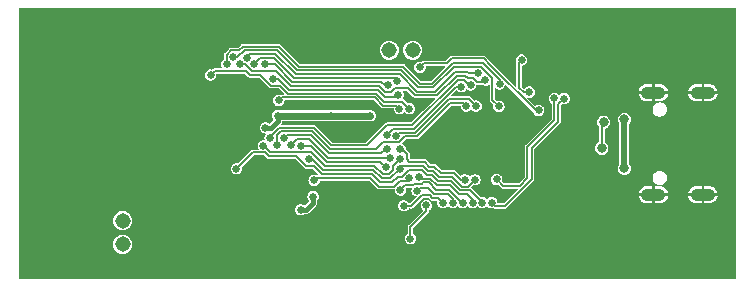
<source format=gbl>
%TF.GenerationSoftware,KiCad,Pcbnew,7.0.7*%
%TF.CreationDate,2023-12-21T17:24:57+09:00*%
%TF.ProjectId,pocket_sdr_v2.1,706f636b-6574-45f7-9364-725f76322e31,rev?*%
%TF.SameCoordinates,Original*%
%TF.FileFunction,Copper,L2,Bot*%
%TF.FilePolarity,Positive*%
%FSLAX46Y46*%
G04 Gerber Fmt 4.6, Leading zero omitted, Abs format (unit mm)*
G04 Created by KiCad (PCBNEW 7.0.7) date 2023-12-21 17:24:57*
%MOMM*%
%LPD*%
G01*
G04 APERTURE LIST*
%TA.AperFunction,ComponentPad*%
%ADD10C,1.308000*%
%TD*%
%TA.AperFunction,ComponentPad*%
%ADD11C,4.600000*%
%TD*%
%TA.AperFunction,ComponentPad*%
%ADD12C,0.858000*%
%TD*%
%TA.AperFunction,ComponentPad*%
%ADD13C,0.700000*%
%TD*%
%TA.AperFunction,ComponentPad*%
%ADD14O,2.100000X1.050000*%
%TD*%
%TA.AperFunction,SMDPad,CuDef*%
%ADD15R,4.000000X1.000000*%
%TD*%
%TA.AperFunction,ViaPad*%
%ADD16C,0.654800*%
%TD*%
%TA.AperFunction,ViaPad*%
%ADD17C,0.800000*%
%TD*%
%TA.AperFunction,Conductor*%
%ADD18C,0.609600*%
%TD*%
%TA.AperFunction,Conductor*%
%ADD19C,0.406400*%
%TD*%
%TA.AperFunction,Conductor*%
%ADD20C,0.152400*%
%TD*%
%TA.AperFunction,Conductor*%
%ADD21C,0.500000*%
%TD*%
%TA.AperFunction,Conductor*%
%ADD22C,0.203200*%
%TD*%
G04 APERTURE END LIST*
D10*
%TO.P,J3,1,P1*%
%TO.N,Net-(BIAS_T1-DC)*%
X129780000Y-111550000D03*
%TO.P,J3,2,P2*%
%TO.N,/+5V*%
X129780000Y-113550000D03*
%TD*%
D11*
%TO.P,U$54,EP*%
%TO.N,GND*%
X125001100Y-113500000D03*
%TD*%
%TO.P,U$58,EP*%
%TO.N,GND*%
X177706300Y-113500000D03*
%TD*%
D12*
%TO.P,U2,V1,EP*%
%TO.N,GND*%
X143807400Y-109553600D03*
%TO.P,U2,V2,EP*%
X143807400Y-108453600D03*
%TO.P,U2,V3,EP*%
X143807400Y-107353600D03*
%TO.P,U2,V4,EP*%
X142707400Y-109553600D03*
%TO.P,U2,V5,EP*%
X142707400Y-108453600D03*
%TO.P,U2,V6,EP*%
X142707400Y-107353600D03*
%TO.P,U2,V7,EP*%
X141607400Y-109553600D03*
%TO.P,U2,V8,EP*%
X141607400Y-108453600D03*
%TO.P,U2,V9,EP*%
X141607400Y-107353600D03*
%TD*%
D10*
%TO.P,J1,1,P1*%
%TO.N,+3.3V*%
X152357400Y-97103600D03*
%TO.P,J1,2,P2*%
%TO.N,Net-(J1-P2)*%
X154357400Y-97103600D03*
%TD*%
D13*
%TO.P,U3,P$1,EP*%
%TO.N,GND*%
X158407400Y-106053600D03*
%TO.P,U3,P$2,EP*%
X158407400Y-103853600D03*
%TO.P,U3,P$3,EP*%
X158407400Y-104953600D03*
%TO.P,U3,P$4,EP*%
X158407400Y-107153600D03*
%TO.P,U3,P$5,EP*%
X158407400Y-102753600D03*
%TO.P,U3,P$6,EP*%
X159607400Y-107153600D03*
%TO.P,U3,P$7,EP*%
X159607400Y-106053600D03*
%TO.P,U3,P$8,EP*%
X159607400Y-104953600D03*
%TO.P,U3,P$9,EP*%
X159607400Y-103853600D03*
%TO.P,U3,P$10,EP*%
X159607400Y-102753600D03*
%TO.P,U3,P$11,EP*%
X160807400Y-107153600D03*
%TO.P,U3,P$12,EP*%
X160807400Y-106053600D03*
%TO.P,U3,P$13,EP*%
X160807400Y-104953600D03*
%TO.P,U3,P$14,EP*%
X160807400Y-103853600D03*
%TO.P,U3,P$15,EP*%
X160807400Y-102753600D03*
%TO.P,U3,P$16,EP*%
X162007400Y-107153600D03*
%TO.P,U3,P$17,EP*%
X162007400Y-106053600D03*
%TO.P,U3,P$18,EP*%
X162007400Y-104953600D03*
%TO.P,U3,P$19,EP*%
X162007400Y-103853600D03*
%TO.P,U3,P$20,EP*%
X162007400Y-102753600D03*
%TD*%
D12*
%TO.P,U1,V1,EP*%
%TO.N,GND*%
X140807400Y-102653600D03*
%TO.P,U1,V2,EP*%
X140807400Y-101553600D03*
%TO.P,U1,V3,EP*%
X140807400Y-100453600D03*
%TO.P,U1,V4,EP*%
X139707400Y-102653600D03*
%TO.P,U1,V5,EP*%
X139707400Y-101553600D03*
%TO.P,U1,V6,EP*%
X139707400Y-100453600D03*
%TO.P,U1,V7,EP*%
X138607400Y-102653600D03*
%TO.P,U1,V8,EP*%
X138607400Y-101553600D03*
%TO.P,U1,V9,EP*%
X138607400Y-100453600D03*
%TD*%
D11*
%TO.P,U$53,EP*%
%TO.N,GND*%
X125001100Y-96450000D03*
%TD*%
D14*
%TO.P,J2,S1,SHIELD*%
%TO.N,GND*%
X174726300Y-109340000D03*
%TO.P,J2,S2,SHIELD*%
X174726300Y-100700000D03*
%TO.P,J2,S3,SHIELD*%
X178906300Y-109340000D03*
%TO.P,J2,S4,SHIELD*%
X178906300Y-100700000D03*
%TD*%
D11*
%TO.P,U$55,EP*%
%TO.N,GND*%
X177706300Y-96450000D03*
%TD*%
D15*
%TO.P,J4,P4,GND*%
%TO.N,GND*%
X123401100Y-107753600D03*
%TO.P,J4,P5,GND*%
X123401100Y-102253600D03*
%TD*%
D16*
%TO.N,GND*%
X143657400Y-113103600D03*
X139207400Y-110153600D03*
X139457400Y-105753600D03*
X165007400Y-101353600D03*
X168807400Y-114903600D03*
X130700000Y-103600000D03*
D17*
X178906300Y-101800000D03*
D16*
X137457400Y-108053600D03*
X124051100Y-106153600D03*
X149757400Y-101803600D03*
X138107400Y-105053600D03*
X135407400Y-104753600D03*
X142757400Y-113103600D03*
X140857400Y-111953600D03*
X125651100Y-103853600D03*
X136157400Y-96803600D03*
X131250000Y-102853600D03*
X149757400Y-103453600D03*
X138607400Y-113103600D03*
X146207400Y-96803600D03*
X121651100Y-106153600D03*
D17*
X132000000Y-99000000D03*
D16*
X160507400Y-114553600D03*
X129001100Y-106203600D03*
D17*
X135000000Y-95000000D03*
D16*
X169406300Y-104400000D03*
X133457400Y-99453600D03*
X137807400Y-113103600D03*
D17*
X126000000Y-100000000D03*
D16*
X123251100Y-106153600D03*
X153357400Y-97903600D03*
D17*
X122000000Y-99000000D03*
X123000000Y-101000000D03*
D16*
X152057400Y-109403600D03*
X164157400Y-111053600D03*
X144157400Y-94803600D03*
X148157400Y-103503600D03*
X145157400Y-97903600D03*
X148007400Y-96803600D03*
D17*
X173106300Y-100700000D03*
D16*
X131900000Y-108950000D03*
X165356300Y-109750000D03*
X166507400Y-115103600D03*
X169556300Y-106100000D03*
X128201100Y-103853600D03*
X166857400Y-110703600D03*
X147057400Y-96803600D03*
X133457400Y-113103600D03*
X135300000Y-114400000D03*
X132650000Y-109200000D03*
D17*
X132000000Y-97000000D03*
D16*
X133457400Y-96803600D03*
D17*
X173106300Y-109350000D03*
D16*
X148907400Y-113103600D03*
X138207400Y-94803600D03*
X135307400Y-103303600D03*
X164257400Y-95003600D03*
X129751100Y-103600000D03*
D17*
X129000000Y-99000000D03*
D16*
X133045200Y-107594400D03*
D17*
X129000000Y-97000000D03*
D16*
X149757400Y-110353600D03*
X152207400Y-94803600D03*
X171307400Y-115103600D03*
X155057400Y-101503600D03*
X146257400Y-113103600D03*
X123251100Y-103853600D03*
X133457400Y-112203600D03*
X131800000Y-101250000D03*
X135657400Y-110203600D03*
X127601100Y-107753600D03*
X133457400Y-109553600D03*
X127301100Y-109453600D03*
X146757400Y-103453600D03*
D17*
X129000000Y-95000000D03*
D16*
X159807400Y-111453600D03*
X171307400Y-108103600D03*
X146207400Y-101703600D03*
X148907400Y-96803600D03*
X133857400Y-107603600D03*
X138307400Y-110203600D03*
X136207400Y-113103600D03*
X154307400Y-111053600D03*
X137457400Y-110203600D03*
X133457400Y-103303600D03*
X149757400Y-97903600D03*
X133457400Y-106703600D03*
X141907400Y-113103600D03*
X141007400Y-113103600D03*
X127351100Y-103853600D03*
X149757400Y-112203600D03*
X133457400Y-100303600D03*
X121651100Y-103853600D03*
X155757400Y-99353600D03*
X144507400Y-113103600D03*
X157557400Y-113653600D03*
X135407400Y-105903600D03*
X159707400Y-97203600D03*
X138507400Y-96753600D03*
X125651100Y-106153600D03*
D17*
X129000000Y-101000000D03*
D16*
X123051100Y-109553600D03*
X139157400Y-108503600D03*
X127601100Y-105403600D03*
D17*
X126000000Y-102000000D03*
D16*
X164107400Y-99803600D03*
X134657400Y-99003600D03*
X148057400Y-104553600D03*
X126501100Y-103853600D03*
X133457400Y-98553600D03*
X135307400Y-97853600D03*
X133457400Y-104153600D03*
X161957400Y-109703600D03*
X158607400Y-111453600D03*
X129751100Y-106400000D03*
X133457400Y-97653600D03*
X134657400Y-110153600D03*
X131250000Y-107600000D03*
X137007400Y-96803600D03*
X165007400Y-105703600D03*
X132550000Y-100900000D03*
X169106300Y-94500000D03*
X128600000Y-115400000D03*
X135257400Y-96803600D03*
X134307400Y-96803600D03*
X132958200Y-102553600D03*
X128201100Y-106153600D03*
X160557400Y-94803600D03*
X133457400Y-111253600D03*
X134807400Y-107603600D03*
X138357400Y-108053600D03*
X149757400Y-96803600D03*
X124851100Y-103853600D03*
X127601100Y-106953600D03*
X134357400Y-113103600D03*
X127601100Y-104603600D03*
X127601100Y-108603600D03*
X148007400Y-111953600D03*
X126501100Y-106153600D03*
X148007400Y-113103600D03*
X152257400Y-114553600D03*
X138457400Y-105753600D03*
X133457400Y-105003600D03*
X144607400Y-96803600D03*
X131250000Y-108450000D03*
X130600000Y-106400000D03*
X131250000Y-106800000D03*
X127351100Y-106153600D03*
X149757400Y-104503600D03*
X136207400Y-103303600D03*
X135607400Y-107953600D03*
X136557400Y-108053600D03*
X143757400Y-111953600D03*
X155407400Y-105803600D03*
X129001100Y-103853600D03*
X133457400Y-110403600D03*
X131250000Y-101953600D03*
X124851100Y-106153600D03*
D17*
X178906300Y-108250000D03*
X132000000Y-95000000D03*
D16*
X140157400Y-113103600D03*
X149757400Y-111253600D03*
X137057400Y-113103600D03*
X146507400Y-110803600D03*
X134357400Y-103303600D03*
X133457400Y-105853600D03*
X145407400Y-96803600D03*
X149757400Y-109553600D03*
X136557400Y-110203600D03*
X135307400Y-113103600D03*
X149757400Y-108503600D03*
X149757400Y-113103600D03*
X147107400Y-113103600D03*
X122451100Y-103853600D03*
X124051100Y-103853600D03*
X122451100Y-106153600D03*
X136557400Y-111953600D03*
%TO.N,+3.3V*%
X147457400Y-102641832D03*
X142919168Y-102641832D03*
X145907400Y-109509600D03*
X141881121Y-103677322D03*
X144857400Y-110613400D03*
X150757400Y-102653600D03*
%TO.N,/LED1*%
X161032400Y-110003600D03*
X167157400Y-101203600D03*
%TO.N,/LED2*%
X161457400Y-108053600D03*
X166337893Y-101187632D03*
%TO.N,/RESET*%
X154157400Y-113053600D03*
X155507400Y-110253600D03*
D17*
%TO.N,/+5V*%
X172256300Y-102950000D03*
X172256300Y-107100000D03*
D16*
%TO.N,Net-(R5-P$1)*%
X163557400Y-97928600D03*
X164207400Y-100653600D03*
%TO.N,Net-(R8-P$1)*%
X153582400Y-110278600D03*
X156907400Y-110003600D03*
%TO.N,/DCLK*%
X143007400Y-101353600D03*
X153215093Y-102047600D03*
X154961621Y-98557822D03*
X165007400Y-102203600D03*
X154073531Y-107961282D03*
X145990400Y-108123800D03*
%TO.N,/SDATA*%
X153118200Y-100885200D03*
X153231212Y-107152400D03*
X145557400Y-106353600D03*
X159616893Y-108073800D03*
X142513400Y-99503600D03*
%TO.N,/SCLK*%
X152257400Y-100092600D03*
X153307400Y-108953600D03*
X152057400Y-107003600D03*
X144857400Y-105208800D03*
X141837200Y-98315288D03*
X158564600Y-110003600D03*
%TO.N,/CSN_A*%
X140912600Y-98281444D03*
X158759693Y-108073800D03*
X153272800Y-105459600D03*
X153057400Y-99747600D03*
%TO.N,/Q1_A*%
X140313400Y-97733400D03*
X159886043Y-99073800D03*
%TO.N,/Q0_A*%
X139719400Y-98303600D03*
X160507400Y-99653600D03*
%TO.N,/I0_A*%
X161646331Y-101856225D03*
X139163400Y-97703600D03*
%TO.N,/I1_A*%
X138607400Y-98303600D03*
X161707400Y-99953600D03*
%TO.N,/LOCK_A*%
X154057400Y-102053600D03*
X159414600Y-110003600D03*
X154907400Y-107803600D03*
X137237200Y-99209600D03*
%TO.N,/CSN_B*%
X144007350Y-105158800D03*
X152413400Y-106258400D03*
X157757400Y-110003600D03*
X154725553Y-108985447D03*
%TO.N,/Q1_B*%
X143425400Y-104536600D03*
X152130000Y-105465600D03*
X158456193Y-100191113D03*
X152130693Y-104327750D03*
%TO.N,/Q0_B*%
X158882400Y-101828600D03*
X142813400Y-105153600D03*
%TO.N,/I0_B*%
X159263390Y-100047610D03*
X142263400Y-104536600D03*
%TO.N,/I1_B*%
X159707400Y-101833400D03*
X153257400Y-106303600D03*
X152963400Y-104336600D03*
X141690400Y-105203600D03*
%TO.N,/LOCK_B*%
X139412600Y-107146600D03*
X160221800Y-110003600D03*
D17*
%TO.N,Net-(J2-DN1)*%
X170356300Y-105400000D03*
X170506300Y-103200000D03*
%TD*%
D18*
%TO.N,+3.3V*%
X142919168Y-102641832D02*
X147457400Y-102641832D01*
X150745631Y-102641832D02*
X150757400Y-102653600D01*
D19*
X142919168Y-102641832D02*
X142919168Y-103141832D01*
D18*
X147457400Y-102641832D02*
X150745631Y-102641832D01*
D19*
X142919168Y-103141832D02*
X142383678Y-103677322D01*
X145907400Y-110013400D02*
X145307400Y-110613400D01*
X145907400Y-110013400D02*
X145907400Y-109509600D01*
X144857400Y-110613400D02*
X145307400Y-110613400D01*
X142383678Y-103677322D02*
X141881121Y-103677322D01*
D20*
%TO.N,/LED1*%
X164407400Y-105403600D02*
X166657400Y-103153600D01*
X162157400Y-110303600D02*
X164407400Y-108053600D01*
X166657400Y-101703600D02*
X166657400Y-103153600D01*
X167157400Y-101203600D02*
X166657400Y-101703600D01*
X164407400Y-108053600D02*
X164407400Y-105403600D01*
X161032400Y-110003600D02*
X161332400Y-110303600D01*
X162157400Y-110303600D02*
X161332400Y-110303600D01*
%TO.N,/LED2*%
X164057400Y-105303600D02*
X164057400Y-107953600D01*
X166337893Y-103023107D02*
X164057400Y-105303600D01*
X166337893Y-101187632D02*
X166337893Y-103023107D01*
X163407400Y-108603600D02*
X164057400Y-107953600D01*
X163407400Y-108603600D02*
X162007400Y-108603600D01*
X161457400Y-108053600D02*
X162007400Y-108603600D01*
%TO.N,/RESET*%
X155507400Y-110253600D02*
X155507400Y-110714400D01*
X155507400Y-110714400D02*
X154157400Y-112064400D01*
X154157400Y-113053600D02*
X154157400Y-112064400D01*
D21*
%TO.N,/+5V*%
X172256300Y-102950000D02*
X172256300Y-107100000D01*
D20*
%TO.N,Net-(R5-P$1)*%
X163357400Y-99622544D02*
X163357400Y-98128600D01*
X163362200Y-100277344D02*
X163362200Y-99627344D01*
X163757400Y-100653600D02*
X163747928Y-100663072D01*
X163362200Y-99627344D02*
X163357400Y-99622544D01*
X164207400Y-100653600D02*
X163757400Y-100653600D01*
X163557400Y-97928600D02*
X163357400Y-98128600D01*
X163747928Y-100663072D02*
X163362200Y-100277344D01*
%TO.N,Net-(R8-P$1)*%
X156907400Y-110003600D02*
X156507400Y-109603600D01*
X154207400Y-110303600D02*
X154182400Y-110278600D01*
X155787706Y-109397600D02*
X155113400Y-109397600D01*
X155993706Y-109603600D02*
X155787706Y-109397600D01*
X154182400Y-110278600D02*
X153582400Y-110278600D01*
X156507400Y-109603600D02*
X155993706Y-109603600D01*
X155113400Y-109397600D02*
X154207400Y-110303600D01*
%TO.N,/DCLK*%
X165007400Y-102203600D02*
X164757400Y-102203600D01*
X153215093Y-102047600D02*
X153165093Y-102047600D01*
X151487200Y-108653600D02*
X152757400Y-108653600D01*
X150757400Y-107923800D02*
X146190400Y-107923800D01*
X153165093Y-102047600D02*
X152915093Y-101797600D01*
X152757400Y-108653600D02*
X153257400Y-108153600D01*
X160897400Y-98353600D02*
X160907400Y-98353600D01*
X164757400Y-102203600D02*
X160907400Y-98353600D01*
X151121093Y-101103600D02*
X143257400Y-101103600D01*
X150757400Y-107923800D02*
X151487200Y-108653600D01*
X153257400Y-108153600D02*
X153881212Y-108153600D01*
X153881212Y-108153600D02*
X154073531Y-107961282D01*
X143257400Y-101103600D02*
X143007400Y-101353600D01*
X157253178Y-98207822D02*
X157657400Y-97803600D01*
X152915093Y-101797600D02*
X151815093Y-101797600D01*
X154961621Y-98557822D02*
X155311621Y-98207822D01*
X157253178Y-98207822D02*
X155311621Y-98207822D01*
X151815093Y-101797600D02*
X151121093Y-101103600D01*
X160347400Y-97803600D02*
X160897400Y-98353600D01*
X157657400Y-97803600D02*
X160347400Y-97803600D01*
X146190400Y-107923800D02*
X145990400Y-108123800D01*
%TO.N,/SDATA*%
X153231212Y-107152400D02*
X153480012Y-106903600D01*
X151379400Y-100475600D02*
X152007400Y-101103600D01*
X156607400Y-107853600D02*
X156057400Y-107303600D01*
X153118200Y-100885200D02*
X152899800Y-101103600D01*
X152899800Y-101103600D02*
X152007400Y-101103600D01*
X145557400Y-106353600D02*
X145857400Y-106353600D01*
X146758600Y-107254800D02*
X151008600Y-107254800D01*
X155257400Y-106903600D02*
X153480012Y-106903600D01*
X152431212Y-107952400D02*
X151706200Y-107952400D01*
X143885400Y-100475600D02*
X151379400Y-100475600D01*
X153231212Y-107152400D02*
X152431212Y-107952400D01*
X142913400Y-99503600D02*
X142513400Y-99503600D01*
X155657400Y-107303600D02*
X155257400Y-106903600D01*
X146758600Y-107254800D02*
X145857400Y-106353600D01*
X156057400Y-107303600D02*
X155657400Y-107303600D01*
X157707400Y-107853600D02*
X156607400Y-107853600D01*
X159616893Y-108073800D02*
X159037093Y-108653600D01*
X158507400Y-108653600D02*
X157707400Y-107853600D01*
X159037093Y-108653600D02*
X158507400Y-108653600D01*
X151008600Y-107254800D02*
X151706200Y-107952400D01*
X143885400Y-100475600D02*
X142913400Y-99503600D01*
%TO.N,/SCLK*%
X155702600Y-108298800D02*
X155248506Y-108298800D01*
X144857400Y-105208800D02*
X144862600Y-105203600D01*
X152257400Y-100092600D02*
X151966093Y-100092600D01*
X152057400Y-107003600D02*
X151607400Y-106553600D01*
X157443706Y-108903600D02*
X156307400Y-108903600D01*
X154507400Y-108403600D02*
X154357400Y-108553600D01*
X151966093Y-100092600D02*
X151677093Y-99803600D01*
X153307400Y-108953600D02*
X153707400Y-108553600D01*
X154357400Y-108553600D02*
X153707400Y-108553600D01*
X155143706Y-108403600D02*
X154507400Y-108403600D01*
X158543706Y-110003600D02*
X157443706Y-108903600D01*
X147057400Y-106553600D02*
X145707400Y-105203600D01*
X141837200Y-98315288D02*
X142669087Y-98315288D01*
X158564600Y-110003600D02*
X158543706Y-110003600D01*
X145707400Y-105203600D02*
X144862600Y-105203600D01*
X155143706Y-108403600D02*
X155248506Y-108298800D01*
X142669087Y-98315288D02*
X144157400Y-99803600D01*
X156307400Y-108903600D02*
X155702600Y-108298800D01*
X144157400Y-99803600D02*
X151677093Y-99803600D01*
X151607400Y-106553600D02*
X147057400Y-106553600D01*
%TO.N,/CSN_A*%
X157827412Y-107503600D02*
X158397612Y-108073800D01*
X158759693Y-108073800D02*
X158397612Y-108073800D01*
X155357400Y-106553600D02*
X155757400Y-106953600D01*
X153857400Y-105903600D02*
X153857400Y-106353600D01*
X153413400Y-105459600D02*
X153857400Y-105903600D01*
X142563087Y-97759288D02*
X141434756Y-97759288D01*
X142563087Y-97759288D02*
X144301400Y-99497600D01*
X156157400Y-106953600D02*
X156707400Y-107503600D01*
X153272800Y-105459600D02*
X153413400Y-105459600D01*
X155757400Y-106953600D02*
X156157400Y-106953600D01*
X153857400Y-106353600D02*
X154057400Y-106553600D01*
X140912600Y-98281444D02*
X141434756Y-97759288D01*
X152807400Y-99497600D02*
X144301400Y-99497600D01*
X154057400Y-106553600D02*
X155357400Y-106553600D01*
X153057400Y-99747600D02*
X152807400Y-99497600D01*
X156707400Y-107503600D02*
X157827412Y-107503600D01*
%TO.N,/Q1_A*%
X159886043Y-99073800D02*
X159086043Y-99073800D01*
X142728475Y-97448800D02*
X140598000Y-97448800D01*
X158936043Y-98923800D02*
X157918256Y-98923800D01*
X144433275Y-99153600D02*
X153257400Y-99153600D01*
X140598000Y-97448800D02*
X140313400Y-97733400D01*
X156233656Y-100608400D02*
X157918256Y-98923800D01*
X144433275Y-99153600D02*
X142728475Y-97448800D01*
X154712200Y-100608400D02*
X156233656Y-100608400D01*
X154712200Y-100608400D02*
X153257400Y-99153600D01*
X159086043Y-99073800D02*
X158936043Y-98923800D01*
%TO.N,/Q0_A*%
X139719400Y-98303600D02*
X140119400Y-98303600D01*
X154559743Y-100913200D02*
X156397800Y-100913200D01*
X151507400Y-100136800D02*
X152029000Y-100658400D01*
X156397800Y-100913200D02*
X158057400Y-99253600D01*
X153975743Y-100329200D02*
X154559743Y-100913200D01*
X158807400Y-99253600D02*
X158057400Y-99253600D01*
X160357400Y-99803600D02*
X159807400Y-99803600D01*
X140707000Y-98891200D02*
X142776056Y-98891200D01*
X159807400Y-99803600D02*
X159457400Y-99453600D01*
X152029000Y-100658400D02*
X152502600Y-100658400D01*
X144021656Y-100136800D02*
X151507400Y-100136800D01*
X142776056Y-98891200D02*
X144021656Y-100136800D01*
X160357400Y-99803600D02*
X160507400Y-99653600D01*
X140707000Y-98891200D02*
X140119400Y-98303600D01*
X159457400Y-99453600D02*
X159007400Y-99453600D01*
X152502600Y-100658400D02*
X152831800Y-100329200D01*
X159007400Y-99453600D02*
X158807400Y-99253600D01*
X152831800Y-100329200D02*
X153975743Y-100329200D01*
%TO.N,/I0_A*%
X140107400Y-97103600D02*
X142821093Y-97103600D01*
X157846331Y-98506225D02*
X156096331Y-100256225D01*
X161096331Y-99456225D02*
X161096331Y-101306225D01*
X139507400Y-97703600D02*
X140107400Y-97103600D01*
X156096331Y-100256225D02*
X154810025Y-100256225D01*
X161096331Y-99456225D02*
X160146331Y-98506225D01*
X139163400Y-97703600D02*
X139507400Y-97703600D01*
X153363400Y-98809600D02*
X154810025Y-100256225D01*
X160146331Y-98506225D02*
X157846331Y-98506225D01*
X142821093Y-97103600D02*
X144527093Y-98809600D01*
X144527093Y-98809600D02*
X153363400Y-98809600D01*
X161646331Y-101856225D02*
X161096331Y-101306225D01*
%TO.N,/I1_A*%
X143002600Y-96798800D02*
X144707400Y-98503600D01*
X138952093Y-97128600D02*
X139627600Y-97128600D01*
X161707400Y-99603600D02*
X160257400Y-98153600D01*
X154957400Y-99936200D02*
X155974800Y-99936200D01*
X139957400Y-96798800D02*
X143002600Y-96798800D01*
X161707400Y-99953600D02*
X161707400Y-99603600D01*
X153524800Y-98503600D02*
X154957400Y-99936200D01*
X155974800Y-99936200D02*
X157757400Y-98153600D01*
X157757400Y-98153600D02*
X160257400Y-98153600D01*
X138607400Y-98303600D02*
X138607400Y-97473294D01*
X144707400Y-98503600D02*
X153524800Y-98503600D01*
X138607400Y-97473294D02*
X138952093Y-97128600D01*
X139627600Y-97128600D02*
X139957400Y-96798800D01*
%TO.N,/LOCK_A*%
X140580743Y-99196000D02*
X140244343Y-98859600D01*
X142307400Y-100103600D02*
X141399800Y-99196000D01*
X155097800Y-107994000D02*
X154907400Y-107803600D01*
X137587200Y-98859600D02*
X137237200Y-99209600D01*
X143082343Y-100103600D02*
X143770343Y-100791600D01*
X158269893Y-109282200D02*
X157541293Y-108553600D01*
X157541293Y-108553600D02*
X156388456Y-108553600D01*
X140244343Y-98859600D02*
X137587200Y-98859600D01*
X143770343Y-100791600D02*
X151245400Y-100791600D01*
X158943200Y-109282200D02*
X158269893Y-109282200D01*
X159414600Y-110003600D02*
X159414600Y-109753600D01*
X143082343Y-100103600D02*
X142307400Y-100103600D01*
X159414600Y-109753600D02*
X158943200Y-109282200D01*
X156388456Y-108553600D02*
X155828856Y-107994000D01*
X154057400Y-102053600D02*
X153457400Y-101453600D01*
X153457400Y-101453600D02*
X151907400Y-101453600D01*
X155828856Y-107994000D02*
X155097800Y-107994000D01*
X141399800Y-99196000D02*
X140580743Y-99196000D01*
X151907400Y-101453600D02*
X151245400Y-100791600D01*
%TO.N,/CSN_B*%
X152363400Y-106208400D02*
X147164000Y-106208400D01*
X156143706Y-109253600D02*
X155625553Y-108735447D01*
X157307400Y-109253600D02*
X156143706Y-109253600D01*
X157757400Y-109703600D02*
X157757400Y-110003600D01*
X155625553Y-108735447D02*
X154975553Y-108735447D01*
X147164000Y-106208400D02*
X145564400Y-104608800D01*
X144557350Y-104608800D02*
X144007350Y-105158800D01*
X144557350Y-104608800D02*
X145564400Y-104608800D01*
X152413400Y-106258400D02*
X152363400Y-106208400D01*
X154725553Y-108985447D02*
X154975553Y-108735447D01*
X157757400Y-109703600D02*
X157307400Y-109253600D01*
%TO.N,/Q1_B*%
X151696800Y-105848800D02*
X147271543Y-105848800D01*
X152080000Y-105465600D02*
X151696800Y-105848800D01*
X152680693Y-103777750D02*
X152130693Y-104327750D01*
X143675400Y-104286600D02*
X145709343Y-104286600D01*
X152130000Y-105465600D02*
X152080000Y-105465600D01*
X158006193Y-100191113D02*
X158456193Y-100191113D01*
X154419556Y-103777750D02*
X152680693Y-103777750D01*
X143425400Y-104536600D02*
X143675400Y-104286600D01*
X158006193Y-100191113D02*
X154419556Y-103777750D01*
X145709343Y-104286600D02*
X147271543Y-105848800D01*
%TO.N,/Q0_B*%
X157532400Y-101578600D02*
X154707400Y-104403600D01*
X142863400Y-104303600D02*
X143186400Y-103980600D01*
X151242493Y-105503600D02*
X151853493Y-104892600D01*
X147357400Y-105503600D02*
X151242493Y-105503600D01*
X151853493Y-104892600D02*
X153218400Y-104892600D01*
X145834400Y-103980600D02*
X147357400Y-105503600D01*
X158882400Y-101828600D02*
X158632400Y-101578600D01*
X142813400Y-105153600D02*
X142863400Y-105103600D01*
X154707400Y-104403600D02*
X153707400Y-104403600D01*
X142863400Y-104303600D02*
X142863400Y-105103600D01*
X153218400Y-104892600D02*
X153707400Y-104403600D01*
X158632400Y-101578600D02*
X157532400Y-101578600D01*
X143186400Y-103980600D02*
X145834400Y-103980600D01*
%TO.N,/I0_B*%
X158707400Y-99603600D02*
X158138456Y-99603600D01*
X142263400Y-104536600D02*
X142263400Y-104432544D01*
X143042343Y-103653600D02*
X145957400Y-103653600D01*
X147457400Y-105153600D02*
X150507400Y-105153600D01*
X142263400Y-104432544D02*
X143042343Y-103653600D01*
X158138456Y-99603600D02*
X154288456Y-103453600D01*
X152207400Y-103453600D02*
X154288456Y-103453600D01*
X150507400Y-105153600D02*
X152207400Y-103453600D01*
X159263390Y-100047610D02*
X159151409Y-100047610D01*
X159151409Y-100047610D02*
X158707400Y-99603600D01*
X145957400Y-103653600D02*
X147457400Y-105153600D01*
%TO.N,/I1_B*%
X157407400Y-101253600D02*
X154574400Y-104086600D01*
X151107400Y-106903600D02*
X146893706Y-106903600D01*
X153213400Y-104086600D02*
X152963400Y-104336600D01*
X152657400Y-107253600D02*
X152307400Y-107603600D01*
X154574400Y-104086600D02*
X153213400Y-104086600D01*
X142277293Y-105764800D02*
X145754906Y-105764800D01*
X152657400Y-106903600D02*
X152657400Y-107253600D01*
X159707400Y-101833400D02*
X159127600Y-101253600D01*
X152307400Y-107603600D02*
X151807400Y-107603600D01*
X159127600Y-101253600D02*
X157407400Y-101253600D01*
X141690400Y-105203600D02*
X141716093Y-105203600D01*
X142277293Y-105764800D02*
X141716093Y-105203600D01*
X151807400Y-107603600D02*
X151107400Y-106903600D01*
X146893706Y-106903600D02*
X145754906Y-105764800D01*
X153257400Y-106303600D02*
X152657400Y-106903600D01*
%TO.N,/LOCK_B*%
X155957400Y-107653600D02*
X155544200Y-107653600D01*
X159226600Y-108958400D02*
X158381143Y-108958400D01*
X151607400Y-108303600D02*
X150907400Y-107603600D01*
X155544200Y-107653600D02*
X155107400Y-107216800D01*
X144506246Y-106104754D02*
X145311093Y-106909600D01*
X156507400Y-108203600D02*
X155957400Y-107653600D01*
X158381143Y-108958400D02*
X157626343Y-108203600D01*
X157626343Y-108203600D02*
X156507400Y-108203600D01*
X139412600Y-107146600D02*
X139414400Y-107146600D01*
X150907400Y-107603600D02*
X146668012Y-107603600D01*
X153107400Y-107803600D02*
X152607400Y-108303600D01*
X153994200Y-107216800D02*
X153407400Y-107803600D01*
X144506246Y-106104754D02*
X142158553Y-106104754D01*
X142158553Y-106104754D02*
X141813400Y-105759600D01*
X145311093Y-106909600D02*
X145974012Y-106909600D01*
X145974012Y-106909600D02*
X146668012Y-107603600D01*
X141813400Y-105759600D02*
X140801400Y-105759600D01*
X140801400Y-105759600D02*
X139414400Y-107146600D01*
X152607400Y-108303600D02*
X151607400Y-108303600D01*
X153407400Y-107803600D02*
X153107400Y-107803600D01*
X155107400Y-107216800D02*
X153994200Y-107216800D01*
X160221800Y-110003600D02*
X160221800Y-109953600D01*
X160221800Y-109953600D02*
X159226600Y-108958400D01*
D22*
%TO.N,Net-(J2-DN1)*%
X170506300Y-103200000D02*
X170356300Y-103350000D01*
X170356300Y-103350000D02*
X170356300Y-105400000D01*
%TD*%
%TA.AperFunction,Conductor*%
%TO.N,GND*%
G36*
X181669934Y-93536366D02*
G01*
X181680800Y-93562600D01*
X181680800Y-116437400D01*
X181669934Y-116463634D01*
X181643700Y-116474500D01*
X121063700Y-116474500D01*
X121037466Y-116463634D01*
X121026600Y-116437400D01*
X121026600Y-113550000D01*
X128967994Y-113550000D01*
X128988353Y-113730686D01*
X128988355Y-113730696D01*
X129048406Y-113902313D01*
X129048408Y-113902316D01*
X129145148Y-114056277D01*
X129273723Y-114184852D01*
X129273725Y-114184853D01*
X129427686Y-114281593D01*
X129599303Y-114341644D01*
X129599312Y-114341647D01*
X129780000Y-114362006D01*
X129960688Y-114341647D01*
X130132316Y-114281592D01*
X130286277Y-114184852D01*
X130414852Y-114056277D01*
X130511592Y-113902316D01*
X130571647Y-113730688D01*
X130592006Y-113550000D01*
X130571647Y-113369312D01*
X130571644Y-113369303D01*
X130511593Y-113197686D01*
X130421059Y-113053602D01*
X153672161Y-113053602D01*
X153691816Y-113190308D01*
X153749189Y-113315936D01*
X153749193Y-113315943D01*
X153839633Y-113420317D01*
X153839634Y-113420318D01*
X153839636Y-113420319D01*
X153955824Y-113494989D01*
X153955826Y-113494989D01*
X153955827Y-113494990D01*
X154088338Y-113533899D01*
X154088341Y-113533899D01*
X154088343Y-113533900D01*
X154088345Y-113533900D01*
X154226455Y-113533900D01*
X154226457Y-113533900D01*
X154226459Y-113533899D01*
X154226461Y-113533899D01*
X154292716Y-113514444D01*
X154358976Y-113494989D01*
X154475164Y-113420319D01*
X154565609Y-113315940D01*
X154622983Y-113190308D01*
X154642639Y-113053600D01*
X154641219Y-113043725D01*
X154622983Y-112916891D01*
X154565610Y-112791263D01*
X154565609Y-112791260D01*
X154537097Y-112758355D01*
X154475166Y-112686882D01*
X154475164Y-112686881D01*
X154403542Y-112640851D01*
X154387348Y-112617527D01*
X154386500Y-112609641D01*
X154386500Y-112174663D01*
X154397366Y-112148429D01*
X155664821Y-110880974D01*
X155665506Y-110880323D01*
X155696886Y-110852070D01*
X155708174Y-110826715D01*
X155710945Y-110821611D01*
X155726061Y-110798337D01*
X155728197Y-110784847D01*
X155730944Y-110775573D01*
X155736500Y-110763097D01*
X155736499Y-110735346D01*
X155736956Y-110729542D01*
X155738469Y-110719990D01*
X155741297Y-110702142D01*
X155741295Y-110702137D01*
X155741093Y-110698248D01*
X155742759Y-110698160D01*
X155745625Y-110676342D01*
X155757698Y-110663676D01*
X155825164Y-110620319D01*
X155831160Y-110613400D01*
X155893944Y-110540943D01*
X155915609Y-110515940D01*
X155972983Y-110390308D01*
X155986826Y-110294033D01*
X155992639Y-110253602D01*
X155992639Y-110253597D01*
X155972983Y-110116891D01*
X155927026Y-110016260D01*
X155915609Y-109991260D01*
X155915606Y-109991256D01*
X155825166Y-109886882D01*
X155825165Y-109886881D01*
X155708978Y-109812212D01*
X155708972Y-109812209D01*
X155576461Y-109773300D01*
X155576457Y-109773300D01*
X155438343Y-109773300D01*
X155438338Y-109773300D01*
X155305827Y-109812209D01*
X155305821Y-109812212D01*
X155189634Y-109886881D01*
X155189633Y-109886882D01*
X155099193Y-109991256D01*
X155099189Y-109991263D01*
X155041816Y-110116891D01*
X155022161Y-110253597D01*
X155022161Y-110253602D01*
X155041816Y-110390308D01*
X155099189Y-110515936D01*
X155099193Y-110515943D01*
X155189633Y-110620317D01*
X155189635Y-110620319D01*
X155199104Y-110626403D01*
X155204383Y-110629796D01*
X155220579Y-110653119D01*
X155215538Y-110681063D01*
X155210561Y-110687241D01*
X153999965Y-111897835D01*
X153999261Y-111898503D01*
X153967914Y-111926729D01*
X153967913Y-111926730D01*
X153956628Y-111952075D01*
X153953852Y-111957186D01*
X153938740Y-111980460D01*
X153938739Y-111980463D01*
X153936602Y-111993948D01*
X153933853Y-112003228D01*
X153928300Y-112015703D01*
X153928300Y-112043452D01*
X153927843Y-112049256D01*
X153923502Y-112076658D01*
X153923503Y-112076660D01*
X153927035Y-112089845D01*
X153928299Y-112099445D01*
X153928299Y-112609641D01*
X153917433Y-112635875D01*
X153911257Y-112640851D01*
X153839635Y-112686881D01*
X153839633Y-112686882D01*
X153749193Y-112791256D01*
X153749189Y-112791263D01*
X153691816Y-112916891D01*
X153672161Y-113053597D01*
X153672161Y-113053602D01*
X130421059Y-113053602D01*
X130414853Y-113043725D01*
X130414852Y-113043723D01*
X130286277Y-112915148D01*
X130132316Y-112818408D01*
X130132313Y-112818406D01*
X129960696Y-112758355D01*
X129960690Y-112758353D01*
X129960688Y-112758353D01*
X129780000Y-112737994D01*
X129599312Y-112758353D01*
X129599310Y-112758353D01*
X129599303Y-112758355D01*
X129427686Y-112818406D01*
X129273725Y-112915146D01*
X129145146Y-113043725D01*
X129048406Y-113197686D01*
X128988355Y-113369303D01*
X128988353Y-113369313D01*
X128967994Y-113550000D01*
X121026600Y-113550000D01*
X121026600Y-111550000D01*
X128967994Y-111550000D01*
X128988353Y-111730686D01*
X128988355Y-111730696D01*
X129048406Y-111902313D01*
X129137090Y-112043452D01*
X129145148Y-112056277D01*
X129273723Y-112184852D01*
X129273725Y-112184853D01*
X129427686Y-112281593D01*
X129599303Y-112341644D01*
X129599312Y-112341647D01*
X129780000Y-112362006D01*
X129960688Y-112341647D01*
X130132316Y-112281592D01*
X130286277Y-112184852D01*
X130414852Y-112056277D01*
X130511592Y-111902316D01*
X130571647Y-111730688D01*
X130592006Y-111550000D01*
X130571647Y-111369312D01*
X130511592Y-111197684D01*
X130414852Y-111043723D01*
X130286277Y-110915148D01*
X130265176Y-110901889D01*
X130132313Y-110818406D01*
X129960696Y-110758355D01*
X129960690Y-110758353D01*
X129960688Y-110758353D01*
X129780000Y-110737994D01*
X129599312Y-110758353D01*
X129599310Y-110758353D01*
X129599303Y-110758355D01*
X129427686Y-110818406D01*
X129273725Y-110915146D01*
X129145146Y-111043725D01*
X129048406Y-111197686D01*
X128988355Y-111369303D01*
X128988353Y-111369313D01*
X128967994Y-111550000D01*
X121026600Y-111550000D01*
X121026600Y-110613402D01*
X144372161Y-110613402D01*
X144391816Y-110750108D01*
X144449189Y-110875736D01*
X144449193Y-110875743D01*
X144539633Y-110980117D01*
X144539634Y-110980118D01*
X144539636Y-110980119D01*
X144655824Y-111054789D01*
X144655826Y-111054789D01*
X144655827Y-111054790D01*
X144788338Y-111093699D01*
X144788341Y-111093699D01*
X144788343Y-111093700D01*
X144788345Y-111093700D01*
X144926455Y-111093700D01*
X144926457Y-111093700D01*
X144926459Y-111093699D01*
X144926461Y-111093699D01*
X144992716Y-111074244D01*
X145058976Y-111054789D01*
X145175164Y-110980119D01*
X145175166Y-110980116D01*
X145176958Y-110978564D01*
X145201256Y-110969500D01*
X145266621Y-110969500D01*
X145274232Y-110970289D01*
X145292481Y-110974116D01*
X145319058Y-110970802D01*
X145328367Y-110969643D01*
X145330663Y-110969500D01*
X145336903Y-110969500D01*
X145336908Y-110969500D01*
X145358753Y-110965854D01*
X145410413Y-110959415D01*
X145412330Y-110958477D01*
X145422520Y-110955214D01*
X145422561Y-110955207D01*
X145424624Y-110954863D01*
X145437151Y-110948083D01*
X145470423Y-110930078D01*
X145502304Y-110914491D01*
X145517182Y-110907219D01*
X145518688Y-110905711D01*
X145527267Y-110899315D01*
X145529146Y-110898299D01*
X145564414Y-110859986D01*
X146130371Y-110294028D01*
X146136311Y-110289207D01*
X146151913Y-110279015D01*
X146151912Y-110279015D01*
X146151915Y-110279014D01*
X146174132Y-110250467D01*
X146175645Y-110248755D01*
X146180066Y-110244336D01*
X146192942Y-110226301D01*
X146224911Y-110185228D01*
X146225602Y-110183212D01*
X146230501Y-110173697D01*
X146231741Y-110171961D01*
X146246599Y-110122051D01*
X146263500Y-110072823D01*
X146263500Y-110070688D01*
X146265043Y-110060100D01*
X146265652Y-110058056D01*
X146263500Y-110006032D01*
X146263500Y-109845914D01*
X146272562Y-109821618D01*
X146315609Y-109771940D01*
X146372983Y-109646308D01*
X146382573Y-109579610D01*
X146392639Y-109509602D01*
X146392639Y-109509597D01*
X146372983Y-109372891D01*
X146331788Y-109282687D01*
X146315609Y-109247260D01*
X146315606Y-109247256D01*
X146225166Y-109142882D01*
X146225165Y-109142881D01*
X146108978Y-109068212D01*
X146108972Y-109068209D01*
X145976461Y-109029300D01*
X145976457Y-109029300D01*
X145838343Y-109029300D01*
X145838338Y-109029300D01*
X145705827Y-109068209D01*
X145705821Y-109068212D01*
X145589634Y-109142881D01*
X145589633Y-109142882D01*
X145499193Y-109247256D01*
X145499189Y-109247263D01*
X145441816Y-109372891D01*
X145422161Y-109509597D01*
X145422161Y-109509602D01*
X145441816Y-109646308D01*
X145499189Y-109771936D01*
X145499190Y-109771939D01*
X145542238Y-109821618D01*
X145551300Y-109845914D01*
X145551300Y-109850530D01*
X145540434Y-109876764D01*
X145193475Y-110223722D01*
X145167241Y-110234588D01*
X145147183Y-110228698D01*
X145058978Y-110172012D01*
X145058972Y-110172009D01*
X144926461Y-110133100D01*
X144926457Y-110133100D01*
X144788343Y-110133100D01*
X144788338Y-110133100D01*
X144655827Y-110172009D01*
X144655821Y-110172012D01*
X144539634Y-110246681D01*
X144539633Y-110246682D01*
X144449193Y-110351056D01*
X144449189Y-110351063D01*
X144391816Y-110476691D01*
X144372161Y-110613397D01*
X144372161Y-110613402D01*
X121026600Y-110613402D01*
X121026600Y-99209602D01*
X136751961Y-99209602D01*
X136771616Y-99346308D01*
X136828989Y-99471936D01*
X136828993Y-99471943D01*
X136919433Y-99576317D01*
X136919434Y-99576318D01*
X136981291Y-99616071D01*
X137035624Y-99650989D01*
X137035626Y-99650989D01*
X137035627Y-99650990D01*
X137168138Y-99689899D01*
X137168141Y-99689899D01*
X137168143Y-99689900D01*
X137168145Y-99689900D01*
X137306255Y-99689900D01*
X137306257Y-99689900D01*
X137306259Y-99689899D01*
X137306261Y-99689899D01*
X137404760Y-99660977D01*
X137438776Y-99650989D01*
X137554964Y-99576319D01*
X137645409Y-99471940D01*
X137702783Y-99346308D01*
X137707697Y-99312131D01*
X137722439Y-99209603D01*
X137722439Y-99209598D01*
X137711983Y-99136881D01*
X137711149Y-99131079D01*
X137718171Y-99103567D01*
X137742591Y-99089078D01*
X137747871Y-99088700D01*
X140134079Y-99088700D01*
X140160313Y-99099566D01*
X140414159Y-99353413D01*
X140414827Y-99354117D01*
X140443072Y-99385485D01*
X140443073Y-99385486D01*
X140468418Y-99396770D01*
X140473532Y-99399547D01*
X140496802Y-99414659D01*
X140496803Y-99414659D01*
X140496806Y-99414661D01*
X140510295Y-99416797D01*
X140519569Y-99419545D01*
X140532046Y-99425100D01*
X140559801Y-99425100D01*
X140565604Y-99425557D01*
X140593000Y-99429896D01*
X140593000Y-99429895D01*
X140593001Y-99429896D01*
X140602287Y-99427408D01*
X140606184Y-99426364D01*
X140615785Y-99425100D01*
X141289536Y-99425100D01*
X141315770Y-99435966D01*
X142140816Y-100261013D01*
X142141484Y-100261717D01*
X142169729Y-100293085D01*
X142169730Y-100293086D01*
X142195075Y-100304370D01*
X142200189Y-100307147D01*
X142223459Y-100322259D01*
X142223460Y-100322259D01*
X142223463Y-100322261D01*
X142236953Y-100324397D01*
X142246226Y-100327144D01*
X142258703Y-100332700D01*
X142286452Y-100332700D01*
X142292256Y-100333157D01*
X142319658Y-100337497D01*
X142332843Y-100333964D01*
X142342446Y-100332700D01*
X142972079Y-100332700D01*
X142998313Y-100343566D01*
X143465912Y-100811166D01*
X143476778Y-100837400D01*
X143465912Y-100863634D01*
X143439678Y-100874500D01*
X143263872Y-100874500D01*
X143262922Y-100874475D01*
X143224286Y-100872450D01*
X143220761Y-100872266D01*
X143220760Y-100872266D01*
X143215005Y-100874475D01*
X143194857Y-100882208D01*
X143189280Y-100883860D01*
X143179110Y-100886022D01*
X143162135Y-100889631D01*
X143162134Y-100889631D01*
X143158323Y-100890442D01*
X143158165Y-100889703D01*
X143137106Y-100891107D01*
X143076461Y-100873300D01*
X143076457Y-100873300D01*
X142938343Y-100873300D01*
X142938338Y-100873300D01*
X142805827Y-100912209D01*
X142805821Y-100912212D01*
X142689634Y-100986881D01*
X142689633Y-100986882D01*
X142599193Y-101091256D01*
X142599189Y-101091263D01*
X142541816Y-101216891D01*
X142522161Y-101353597D01*
X142522161Y-101353602D01*
X142541816Y-101490308D01*
X142599189Y-101615936D01*
X142599193Y-101615943D01*
X142689633Y-101720317D01*
X142689634Y-101720318D01*
X142689636Y-101720319D01*
X142805824Y-101794989D01*
X142805826Y-101794989D01*
X142805827Y-101794990D01*
X142938338Y-101833899D01*
X142938341Y-101833899D01*
X142938343Y-101833900D01*
X142938345Y-101833900D01*
X143076455Y-101833900D01*
X143076457Y-101833900D01*
X143076459Y-101833899D01*
X143076461Y-101833899D01*
X143197032Y-101798496D01*
X143208976Y-101794989D01*
X143325164Y-101720319D01*
X143340935Y-101702119D01*
X143369810Y-101668795D01*
X143415609Y-101615940D01*
X143472983Y-101490308D01*
X143481109Y-101433789D01*
X143491069Y-101364520D01*
X143505558Y-101340100D01*
X143527791Y-101332700D01*
X151010829Y-101332700D01*
X151037063Y-101343566D01*
X151648509Y-101955013D01*
X151649177Y-101955717D01*
X151677422Y-101987085D01*
X151677423Y-101987086D01*
X151702768Y-101998370D01*
X151707882Y-102001147D01*
X151731152Y-102016259D01*
X151731153Y-102016259D01*
X151731156Y-102016261D01*
X151744646Y-102018397D01*
X151753919Y-102021144D01*
X151766396Y-102026700D01*
X151794145Y-102026700D01*
X151799949Y-102027157D01*
X151827351Y-102031497D01*
X151840536Y-102027964D01*
X151850139Y-102026700D01*
X152694702Y-102026700D01*
X152720936Y-102037566D01*
X152731424Y-102058520D01*
X152749509Y-102184308D01*
X152806882Y-102309936D01*
X152806886Y-102309943D01*
X152897326Y-102414317D01*
X152897327Y-102414318D01*
X152926156Y-102432845D01*
X153013517Y-102488989D01*
X153013519Y-102488989D01*
X153013520Y-102488990D01*
X153146031Y-102527899D01*
X153146034Y-102527899D01*
X153146036Y-102527900D01*
X153146038Y-102527900D01*
X153284148Y-102527900D01*
X153284150Y-102527900D01*
X153284152Y-102527899D01*
X153284154Y-102527899D01*
X153361718Y-102505124D01*
X153416669Y-102488989D01*
X153532857Y-102414319D01*
X153605610Y-102330357D01*
X153630999Y-102317649D01*
X153657941Y-102326615D01*
X153661684Y-102330359D01*
X153739633Y-102420317D01*
X153739634Y-102420318D01*
X153832408Y-102479940D01*
X153855824Y-102494989D01*
X153855826Y-102494989D01*
X153855827Y-102494990D01*
X153988338Y-102533899D01*
X153988341Y-102533899D01*
X153988343Y-102533900D01*
X153988345Y-102533900D01*
X154126455Y-102533900D01*
X154126457Y-102533900D01*
X154126459Y-102533899D01*
X154126461Y-102533899D01*
X154224459Y-102505124D01*
X154258976Y-102494989D01*
X154375164Y-102420319D01*
X154399418Y-102392329D01*
X154444494Y-102340308D01*
X154465609Y-102315940D01*
X154522983Y-102190308D01*
X154542639Y-102053600D01*
X154541776Y-102047600D01*
X154522983Y-101916891D01*
X154491290Y-101847494D01*
X154465609Y-101791260D01*
X154440439Y-101762212D01*
X154375166Y-101686882D01*
X154375165Y-101686881D01*
X154258978Y-101612212D01*
X154258972Y-101612209D01*
X154126461Y-101573300D01*
X154126457Y-101573300D01*
X153988343Y-101573300D01*
X153988338Y-101573300D01*
X153942020Y-101586901D01*
X153913788Y-101583866D01*
X153905334Y-101577538D01*
X153623973Y-101296175D01*
X153623304Y-101295471D01*
X153595072Y-101264115D01*
X153595068Y-101264113D01*
X153569719Y-101252826D01*
X153564609Y-101250052D01*
X153541336Y-101234939D01*
X153541335Y-101234938D01*
X153541336Y-101234938D01*
X153527854Y-101232803D01*
X153518441Y-101229995D01*
X153518232Y-101229901D01*
X153498764Y-101209231D01*
X153499615Y-101180848D01*
X153505408Y-101171775D01*
X153526409Y-101147540D01*
X153583783Y-101021908D01*
X153595379Y-100941256D01*
X153603439Y-100885202D01*
X153603439Y-100885197D01*
X153583783Y-100748491D01*
X153535467Y-100642694D01*
X153526409Y-100622860D01*
X153523666Y-100619695D01*
X153514699Y-100592754D01*
X153527409Y-100567362D01*
X153551705Y-100558300D01*
X153865479Y-100558300D01*
X153891713Y-100569166D01*
X154393168Y-101070623D01*
X154393836Y-101071327D01*
X154415903Y-101095834D01*
X154422073Y-101102686D01*
X154447418Y-101113970D01*
X154452533Y-101116747D01*
X154475807Y-101131862D01*
X154489296Y-101133998D01*
X154498571Y-101136745D01*
X154511046Y-101142300D01*
X154538796Y-101142300D01*
X154544597Y-101142756D01*
X154572002Y-101147097D01*
X154585187Y-101143564D01*
X154594790Y-101142300D01*
X156186192Y-101142300D01*
X156212426Y-101153166D01*
X156223292Y-101179400D01*
X156212426Y-101205633D01*
X155205850Y-102212209D01*
X154204425Y-103213634D01*
X154178191Y-103224500D01*
X152213872Y-103224500D01*
X152212922Y-103224475D01*
X152177264Y-103222606D01*
X152170763Y-103222266D01*
X152170762Y-103222266D01*
X152170761Y-103222266D01*
X152144857Y-103232209D01*
X152139278Y-103233861D01*
X152112134Y-103239631D01*
X152101088Y-103247656D01*
X152092580Y-103252275D01*
X152079839Y-103257166D01*
X152079833Y-103257169D01*
X152060215Y-103276787D01*
X152055792Y-103280565D01*
X152033343Y-103296876D01*
X152033341Y-103296879D01*
X152026516Y-103308699D01*
X152020622Y-103316380D01*
X150423369Y-104913634D01*
X150397135Y-104924500D01*
X147567664Y-104924500D01*
X147541430Y-104913634D01*
X146123973Y-103496175D01*
X146123304Y-103495471D01*
X146095072Y-103464115D01*
X146095068Y-103464113D01*
X146069719Y-103452826D01*
X146064609Y-103450052D01*
X146041336Y-103434939D01*
X146041335Y-103434938D01*
X146041336Y-103434938D01*
X146027854Y-103432803D01*
X146018572Y-103430053D01*
X146006097Y-103424500D01*
X146006096Y-103424500D01*
X145978347Y-103424500D01*
X145972543Y-103424043D01*
X145945142Y-103419702D01*
X145931956Y-103423236D01*
X145922354Y-103424500D01*
X143226972Y-103424500D01*
X143200738Y-103413634D01*
X143189872Y-103387400D01*
X143196777Y-103365843D01*
X143204710Y-103354733D01*
X143236679Y-103313660D01*
X143237370Y-103311644D01*
X143242269Y-103302129D01*
X143243509Y-103300393D01*
X143258367Y-103250483D01*
X143275268Y-103201255D01*
X143275268Y-103199120D01*
X143276811Y-103188532D01*
X143277420Y-103186488D01*
X143275421Y-103138164D01*
X143285193Y-103111505D01*
X143310956Y-103099564D01*
X143312489Y-103099532D01*
X147306041Y-103099532D01*
X147316493Y-103101035D01*
X147388338Y-103122131D01*
X147388341Y-103122131D01*
X147388343Y-103122132D01*
X147388345Y-103122132D01*
X147526455Y-103122132D01*
X147526457Y-103122132D01*
X147526459Y-103122131D01*
X147526461Y-103122131D01*
X147598307Y-103101035D01*
X147608759Y-103099532D01*
X150565963Y-103099532D01*
X150576415Y-103101035D01*
X150688338Y-103133899D01*
X150688341Y-103133899D01*
X150688343Y-103133900D01*
X150688345Y-103133900D01*
X150826455Y-103133900D01*
X150826457Y-103133900D01*
X150826459Y-103133899D01*
X150826461Y-103133899D01*
X150892716Y-103114444D01*
X150958976Y-103094989D01*
X151075164Y-103020319D01*
X151165609Y-102915940D01*
X151222983Y-102790308D01*
X151233805Y-102715043D01*
X151242639Y-102653602D01*
X151242639Y-102653597D01*
X151222983Y-102516891D01*
X151178879Y-102420317D01*
X151165609Y-102391260D01*
X151155415Y-102379495D01*
X151075166Y-102286882D01*
X151075165Y-102286881D01*
X150958978Y-102212212D01*
X150958972Y-102212209D01*
X150826461Y-102173300D01*
X150826457Y-102173300D01*
X150688343Y-102173300D01*
X150688340Y-102173300D01*
X150666218Y-102179796D01*
X150656570Y-102182629D01*
X150646120Y-102184132D01*
X147608759Y-102184132D01*
X147598307Y-102182629D01*
X147526461Y-102161532D01*
X147526457Y-102161532D01*
X147388343Y-102161532D01*
X147388338Y-102161532D01*
X147316493Y-102182629D01*
X147306041Y-102184132D01*
X143070527Y-102184132D01*
X143060075Y-102182629D01*
X142988229Y-102161532D01*
X142988225Y-102161532D01*
X142850111Y-102161532D01*
X142850106Y-102161532D01*
X142717595Y-102200441D01*
X142717589Y-102200444D01*
X142601402Y-102275113D01*
X142601401Y-102275114D01*
X142510961Y-102379488D01*
X142510957Y-102379495D01*
X142453584Y-102505123D01*
X142433929Y-102641829D01*
X142433929Y-102641834D01*
X142453584Y-102778540D01*
X142510957Y-102904168D01*
X142510958Y-102904171D01*
X142554006Y-102953850D01*
X142563068Y-102978146D01*
X142563068Y-102978962D01*
X142552202Y-103005196D01*
X142248978Y-103308420D01*
X142222744Y-103319286D01*
X142201539Y-103311379D01*
X142201117Y-103312037D01*
X142082699Y-103235934D01*
X142082693Y-103235931D01*
X141950182Y-103197022D01*
X141950178Y-103197022D01*
X141812064Y-103197022D01*
X141812059Y-103197022D01*
X141679548Y-103235931D01*
X141679542Y-103235934D01*
X141563355Y-103310603D01*
X141563354Y-103310604D01*
X141472914Y-103414978D01*
X141472910Y-103414985D01*
X141415537Y-103540613D01*
X141395882Y-103677319D01*
X141395882Y-103677324D01*
X141415537Y-103814030D01*
X141472910Y-103939658D01*
X141472914Y-103939665D01*
X141563354Y-104044039D01*
X141563355Y-104044040D01*
X141563357Y-104044041D01*
X141679545Y-104118711D01*
X141679547Y-104118711D01*
X141679548Y-104118712D01*
X141812059Y-104157621D01*
X141812062Y-104157621D01*
X141812064Y-104157622D01*
X141812066Y-104157622D01*
X141875020Y-104157622D01*
X141901254Y-104168488D01*
X141912120Y-104194722D01*
X141903058Y-104219017D01*
X141855193Y-104274256D01*
X141855189Y-104274263D01*
X141797816Y-104399891D01*
X141778161Y-104536597D01*
X141778161Y-104536602D01*
X141797816Y-104673309D01*
X141798564Y-104675855D01*
X141797006Y-104676312D01*
X141797602Y-104699642D01*
X141778043Y-104720226D01*
X141762110Y-104722438D01*
X141762110Y-104723300D01*
X141621338Y-104723300D01*
X141488827Y-104762209D01*
X141488821Y-104762212D01*
X141372634Y-104836881D01*
X141372633Y-104836882D01*
X141282193Y-104941256D01*
X141282189Y-104941263D01*
X141224816Y-105066891D01*
X141205161Y-105203597D01*
X141205161Y-105203602D01*
X141224816Y-105340308D01*
X141282189Y-105465936D01*
X141282190Y-105465939D01*
X141284933Y-105469104D01*
X141293901Y-105496046D01*
X141281191Y-105521438D01*
X141256895Y-105530500D01*
X140807872Y-105530500D01*
X140806922Y-105530475D01*
X140768286Y-105528450D01*
X140764761Y-105528266D01*
X140764760Y-105528266D01*
X140759005Y-105530475D01*
X140738857Y-105538208D01*
X140733280Y-105539860D01*
X140706134Y-105545631D01*
X140695088Y-105553656D01*
X140686580Y-105558275D01*
X140673839Y-105563166D01*
X140673833Y-105563169D01*
X140654215Y-105582787D01*
X140649792Y-105586565D01*
X140627343Y-105602876D01*
X140627341Y-105602879D01*
X140620516Y-105614699D01*
X140614622Y-105622380D01*
X139566055Y-106670946D01*
X139539821Y-106681812D01*
X139529369Y-106680309D01*
X139481661Y-106666300D01*
X139481657Y-106666300D01*
X139343543Y-106666300D01*
X139343538Y-106666300D01*
X139211027Y-106705209D01*
X139211021Y-106705212D01*
X139094834Y-106779881D01*
X139094833Y-106779882D01*
X139004393Y-106884256D01*
X139004389Y-106884263D01*
X138947016Y-107009891D01*
X138927361Y-107146597D01*
X138927361Y-107146602D01*
X138947016Y-107283308D01*
X139004389Y-107408936D01*
X139004393Y-107408943D01*
X139094833Y-107513317D01*
X139094834Y-107513318D01*
X139138313Y-107541260D01*
X139211024Y-107587989D01*
X139211026Y-107587989D01*
X139211027Y-107587990D01*
X139343538Y-107626899D01*
X139343541Y-107626899D01*
X139343543Y-107626900D01*
X139343545Y-107626900D01*
X139481655Y-107626900D01*
X139481657Y-107626900D01*
X139481659Y-107626899D01*
X139481661Y-107626899D01*
X139595407Y-107593500D01*
X139614176Y-107587989D01*
X139730364Y-107513319D01*
X139746816Y-107494333D01*
X139820806Y-107408943D01*
X139820809Y-107408940D01*
X139878183Y-107283308D01*
X139881012Y-107263634D01*
X139897839Y-107146602D01*
X139897839Y-107146598D01*
X139891139Y-107100000D01*
X139880438Y-107025579D01*
X139887460Y-106998069D01*
X139890919Y-106994075D01*
X140885429Y-105999566D01*
X140911664Y-105988700D01*
X141703135Y-105988700D01*
X141729369Y-105999566D01*
X141991977Y-106262176D01*
X141992645Y-106262880D01*
X142020881Y-106294238D01*
X142020883Y-106294240D01*
X142046226Y-106305523D01*
X142051340Y-106308299D01*
X142074616Y-106323416D01*
X142088102Y-106325551D01*
X142097388Y-106328302D01*
X142109856Y-106333854D01*
X142137605Y-106333854D01*
X142143406Y-106334310D01*
X142170811Y-106338651D01*
X142183996Y-106335118D01*
X142193599Y-106333854D01*
X144395982Y-106333854D01*
X144422216Y-106344720D01*
X145144518Y-107067023D01*
X145145186Y-107067727D01*
X145173421Y-107099084D01*
X145173423Y-107099086D01*
X145198768Y-107110370D01*
X145203883Y-107113147D01*
X145227157Y-107128262D01*
X145240646Y-107130398D01*
X145249921Y-107133145D01*
X145262396Y-107138700D01*
X145290146Y-107138700D01*
X145295947Y-107139156D01*
X145323352Y-107143497D01*
X145336537Y-107139964D01*
X145346140Y-107138700D01*
X145863748Y-107138700D01*
X145889982Y-107149566D01*
X146371782Y-107631366D01*
X146382648Y-107657600D01*
X146371782Y-107683834D01*
X146345548Y-107694700D01*
X146221991Y-107694700D01*
X146201933Y-107688810D01*
X146191976Y-107682411D01*
X146191975Y-107682410D01*
X146191974Y-107682410D01*
X146191972Y-107682409D01*
X146059461Y-107643500D01*
X146059457Y-107643500D01*
X145921343Y-107643500D01*
X145921338Y-107643500D01*
X145788827Y-107682409D01*
X145788821Y-107682412D01*
X145672634Y-107757081D01*
X145672633Y-107757082D01*
X145582193Y-107861456D01*
X145582189Y-107861463D01*
X145524816Y-107987091D01*
X145505161Y-108123797D01*
X145505161Y-108123802D01*
X145524816Y-108260508D01*
X145582189Y-108386136D01*
X145582193Y-108386143D01*
X145672633Y-108490517D01*
X145672634Y-108490518D01*
X145723695Y-108523333D01*
X145788824Y-108565189D01*
X145788826Y-108565189D01*
X145788827Y-108565190D01*
X145921338Y-108604099D01*
X145921341Y-108604099D01*
X145921343Y-108604100D01*
X145921345Y-108604100D01*
X146059455Y-108604100D01*
X146059457Y-108604100D01*
X146059459Y-108604099D01*
X146059461Y-108604099D01*
X146125716Y-108584644D01*
X146191976Y-108565189D01*
X146308164Y-108490519D01*
X146323085Y-108473300D01*
X146344342Y-108448767D01*
X146398609Y-108386140D01*
X146455983Y-108260508D01*
X146461830Y-108219840D01*
X146466880Y-108184720D01*
X146481369Y-108160300D01*
X146503602Y-108152900D01*
X150647136Y-108152900D01*
X150673370Y-108163766D01*
X151320625Y-108811023D01*
X151321293Y-108811727D01*
X151349529Y-108843085D01*
X151349530Y-108843086D01*
X151374876Y-108854371D01*
X151379985Y-108857144D01*
X151403264Y-108872261D01*
X151416744Y-108874396D01*
X151426030Y-108877146D01*
X151438503Y-108882700D01*
X151466253Y-108882700D01*
X151472057Y-108883157D01*
X151499457Y-108887497D01*
X151499457Y-108887496D01*
X151499458Y-108887497D01*
X151512643Y-108883964D01*
X151522246Y-108882700D01*
X152750928Y-108882700D01*
X152751878Y-108882724D01*
X152791188Y-108884784D01*
X152816816Y-108897008D01*
X152826295Y-108923774D01*
X152825969Y-108927112D01*
X152822162Y-108953597D01*
X152822161Y-108953603D01*
X152841816Y-109090307D01*
X152899189Y-109215936D01*
X152899193Y-109215943D01*
X152989633Y-109320317D01*
X152989634Y-109320318D01*
X153071439Y-109372891D01*
X153105824Y-109394989D01*
X153105826Y-109394989D01*
X153105827Y-109394990D01*
X153238338Y-109433899D01*
X153238341Y-109433899D01*
X153238343Y-109433900D01*
X153238345Y-109433900D01*
X153376455Y-109433900D01*
X153376457Y-109433900D01*
X153376459Y-109433899D01*
X153376461Y-109433899D01*
X153442716Y-109414444D01*
X153508976Y-109394989D01*
X153625164Y-109320319D01*
X153658077Y-109282336D01*
X153688470Y-109247260D01*
X153715609Y-109215940D01*
X153772983Y-109090308D01*
X153788060Y-108985447D01*
X153792639Y-108953602D01*
X153792639Y-108953597D01*
X153775013Y-108831007D01*
X153782035Y-108803494D01*
X153785504Y-108799491D01*
X153791432Y-108793564D01*
X153817663Y-108782700D01*
X154232400Y-108782700D01*
X154258634Y-108793566D01*
X154269500Y-108819800D01*
X154266147Y-108835212D01*
X154259969Y-108848738D01*
X154240314Y-108985444D01*
X154240314Y-108985449D01*
X154259969Y-109122155D01*
X154317342Y-109247783D01*
X154317346Y-109247790D01*
X154407786Y-109352164D01*
X154407787Y-109352165D01*
X154488599Y-109404100D01*
X154523977Y-109426836D01*
X154646561Y-109462829D01*
X154668670Y-109480646D01*
X154671705Y-109508878D01*
X154662342Y-109524660D01*
X154148369Y-110038634D01*
X154122135Y-110049500D01*
X154029632Y-110049500D01*
X154003398Y-110038634D01*
X153995885Y-110027813D01*
X153990610Y-110016263D01*
X153990609Y-110016260D01*
X153990607Y-110016258D01*
X153990607Y-110016257D01*
X153900166Y-109911882D01*
X153900165Y-109911881D01*
X153783978Y-109837212D01*
X153783972Y-109837209D01*
X153651461Y-109798300D01*
X153651457Y-109798300D01*
X153513343Y-109798300D01*
X153513338Y-109798300D01*
X153380827Y-109837209D01*
X153380821Y-109837212D01*
X153264634Y-109911881D01*
X153264633Y-109911882D01*
X153174193Y-110016256D01*
X153174189Y-110016263D01*
X153116816Y-110141891D01*
X153097161Y-110278597D01*
X153097161Y-110278602D01*
X153116816Y-110415308D01*
X153174189Y-110540936D01*
X153174193Y-110540943D01*
X153264633Y-110645317D01*
X153264634Y-110645318D01*
X153312908Y-110676342D01*
X153380824Y-110719989D01*
X153380826Y-110719989D01*
X153380827Y-110719990D01*
X153513338Y-110758899D01*
X153513341Y-110758899D01*
X153513343Y-110758900D01*
X153513345Y-110758900D01*
X153651455Y-110758900D01*
X153651457Y-110758900D01*
X153651459Y-110758899D01*
X153651461Y-110758899D01*
X153731668Y-110735348D01*
X153783976Y-110719989D01*
X153900164Y-110645319D01*
X153921829Y-110620317D01*
X153990607Y-110540942D01*
X153990606Y-110540942D01*
X153990609Y-110540940D01*
X153995885Y-110529386D01*
X154016668Y-110510039D01*
X154029632Y-110507700D01*
X154090051Y-110507700D01*
X154110258Y-110513686D01*
X154123461Y-110522260D01*
X154123463Y-110522261D01*
X154129914Y-110523282D01*
X154140957Y-110526870D01*
X154146779Y-110529837D01*
X154158029Y-110530426D01*
X154182448Y-110531706D01*
X154184374Y-110531908D01*
X154219658Y-110537497D01*
X154225969Y-110535805D01*
X154237511Y-110534591D01*
X154244039Y-110534934D01*
X154277383Y-110522134D01*
X154279214Y-110521538D01*
X154313733Y-110512290D01*
X154318813Y-110508175D01*
X154328861Y-110502374D01*
X154334964Y-110500032D01*
X154360242Y-110474752D01*
X154361652Y-110473483D01*
X154389421Y-110450998D01*
X154392387Y-110445174D01*
X154399205Y-110435789D01*
X155197429Y-109637566D01*
X155223664Y-109626700D01*
X155677442Y-109626700D01*
X155703676Y-109637566D01*
X155827131Y-109761023D01*
X155827799Y-109761727D01*
X155856035Y-109793085D01*
X155856036Y-109793086D01*
X155881382Y-109804371D01*
X155886491Y-109807144D01*
X155909770Y-109822261D01*
X155923250Y-109824396D01*
X155932536Y-109827146D01*
X155945009Y-109832700D01*
X155972759Y-109832700D01*
X155978563Y-109833157D01*
X156005963Y-109837497D01*
X156005963Y-109837496D01*
X156005964Y-109837497D01*
X156019149Y-109833964D01*
X156028752Y-109832700D01*
X156397136Y-109832700D01*
X156423370Y-109843566D01*
X156429298Y-109849494D01*
X156440164Y-109875728D01*
X156439786Y-109881008D01*
X156422161Y-110003597D01*
X156422161Y-110003602D01*
X156441816Y-110140308D01*
X156499189Y-110265936D01*
X156499193Y-110265943D01*
X156589633Y-110370317D01*
X156589634Y-110370318D01*
X156589636Y-110370319D01*
X156705824Y-110444989D01*
X156705826Y-110444989D01*
X156705827Y-110444990D01*
X156838338Y-110483899D01*
X156838341Y-110483899D01*
X156838343Y-110483900D01*
X156838345Y-110483900D01*
X156976455Y-110483900D01*
X156976457Y-110483900D01*
X156976459Y-110483899D01*
X156976461Y-110483899D01*
X157108322Y-110445181D01*
X157108976Y-110444989D01*
X157225164Y-110370319D01*
X157241850Y-110351063D01*
X157304362Y-110278920D01*
X157329753Y-110266210D01*
X157356695Y-110275177D01*
X157360438Y-110278920D01*
X157439633Y-110370317D01*
X157439634Y-110370318D01*
X157439636Y-110370319D01*
X157555824Y-110444989D01*
X157555826Y-110444989D01*
X157555827Y-110444990D01*
X157688338Y-110483899D01*
X157688341Y-110483899D01*
X157688343Y-110483900D01*
X157688345Y-110483900D01*
X157826455Y-110483900D01*
X157826457Y-110483900D01*
X157826459Y-110483899D01*
X157826461Y-110483899D01*
X157958322Y-110445181D01*
X157958976Y-110444989D01*
X158075164Y-110370319D01*
X158075166Y-110370317D01*
X158132962Y-110303617D01*
X158158353Y-110290907D01*
X158185295Y-110299874D01*
X158189038Y-110303617D01*
X158246833Y-110370317D01*
X158246834Y-110370318D01*
X158246836Y-110370319D01*
X158363024Y-110444989D01*
X158363026Y-110444989D01*
X158363027Y-110444990D01*
X158495538Y-110483899D01*
X158495541Y-110483899D01*
X158495543Y-110483900D01*
X158495545Y-110483900D01*
X158633655Y-110483900D01*
X158633657Y-110483900D01*
X158633659Y-110483899D01*
X158633661Y-110483899D01*
X158765522Y-110445181D01*
X158766176Y-110444989D01*
X158882364Y-110370319D01*
X158899050Y-110351063D01*
X158961562Y-110278920D01*
X158986953Y-110266210D01*
X159013895Y-110275177D01*
X159017638Y-110278920D01*
X159096833Y-110370317D01*
X159096834Y-110370318D01*
X159096836Y-110370319D01*
X159213024Y-110444989D01*
X159213026Y-110444989D01*
X159213027Y-110444990D01*
X159345538Y-110483899D01*
X159345541Y-110483899D01*
X159345543Y-110483900D01*
X159345545Y-110483900D01*
X159483655Y-110483900D01*
X159483657Y-110483900D01*
X159483659Y-110483899D01*
X159483661Y-110483899D01*
X159615522Y-110445181D01*
X159616176Y-110444989D01*
X159732364Y-110370319D01*
X159732366Y-110370317D01*
X159790162Y-110303617D01*
X159815553Y-110290907D01*
X159842495Y-110299874D01*
X159846238Y-110303617D01*
X159904033Y-110370317D01*
X159904034Y-110370318D01*
X159904036Y-110370319D01*
X160020224Y-110444989D01*
X160020226Y-110444989D01*
X160020227Y-110444990D01*
X160152738Y-110483899D01*
X160152741Y-110483899D01*
X160152743Y-110483900D01*
X160152745Y-110483900D01*
X160290855Y-110483900D01*
X160290857Y-110483900D01*
X160290859Y-110483899D01*
X160290861Y-110483899D01*
X160422722Y-110445181D01*
X160423376Y-110444989D01*
X160539564Y-110370319D01*
X160539566Y-110370317D01*
X160599062Y-110301655D01*
X160624453Y-110288945D01*
X160651395Y-110297912D01*
X160655138Y-110301655D01*
X160714633Y-110370317D01*
X160714634Y-110370318D01*
X160714636Y-110370319D01*
X160830824Y-110444989D01*
X160830826Y-110444989D01*
X160830827Y-110444990D01*
X160963338Y-110483899D01*
X160963341Y-110483899D01*
X160963343Y-110483900D01*
X160963345Y-110483900D01*
X161101455Y-110483900D01*
X161101457Y-110483900D01*
X161146284Y-110470737D01*
X161174514Y-110473772D01*
X161184305Y-110481509D01*
X161194729Y-110493085D01*
X161194728Y-110493085D01*
X161220076Y-110504371D01*
X161225185Y-110507144D01*
X161248464Y-110522261D01*
X161261944Y-110524396D01*
X161271230Y-110527146D01*
X161283703Y-110532700D01*
X161311453Y-110532700D01*
X161317257Y-110533157D01*
X161344657Y-110537497D01*
X161344657Y-110537496D01*
X161344658Y-110537497D01*
X161355504Y-110534591D01*
X161357844Y-110533964D01*
X161367446Y-110532700D01*
X162150928Y-110532700D01*
X162151877Y-110532724D01*
X162194039Y-110534934D01*
X162219945Y-110524988D01*
X162225514Y-110523339D01*
X162252665Y-110517569D01*
X162263710Y-110509543D01*
X162272215Y-110504925D01*
X162284964Y-110500032D01*
X162304589Y-110480405D01*
X162309002Y-110476636D01*
X162331458Y-110460322D01*
X162338281Y-110448501D01*
X162344173Y-110440821D01*
X163546193Y-109238800D01*
X173478560Y-109238800D01*
X173814825Y-109238800D01*
X173841059Y-109249666D01*
X173851925Y-109275900D01*
X173851362Y-109282336D01*
X173851300Y-109282687D01*
X173851300Y-109397312D01*
X173851362Y-109397664D01*
X173851300Y-109397943D01*
X173851300Y-109400552D01*
X173850721Y-109400552D01*
X173845212Y-109425385D01*
X173821261Y-109440637D01*
X173814825Y-109441200D01*
X173480523Y-109441200D01*
X173499713Y-109550040D01*
X173499713Y-109550041D01*
X173567065Y-109706176D01*
X173668606Y-109842570D01*
X173668608Y-109842572D01*
X173798859Y-109951866D01*
X173798866Y-109951870D01*
X173950822Y-110028186D01*
X174116279Y-110067399D01*
X174116282Y-110067400D01*
X174625099Y-110067400D01*
X174625100Y-110067399D01*
X174625100Y-109702100D01*
X174635966Y-109675866D01*
X174662200Y-109665000D01*
X174790400Y-109665000D01*
X174816634Y-109675866D01*
X174827500Y-109702100D01*
X174827500Y-110067398D01*
X174827501Y-110067400D01*
X175293659Y-110067400D01*
X175293668Y-110067399D01*
X175420191Y-110052610D01*
X175579976Y-109994454D01*
X175722046Y-109901013D01*
X175838736Y-109777329D01*
X175923758Y-109630067D01*
X175923760Y-109630063D01*
X175972524Y-109467178D01*
X175972527Y-109467164D01*
X175974039Y-109441200D01*
X175637775Y-109441200D01*
X175611541Y-109430334D01*
X175600675Y-109404100D01*
X175601238Y-109397664D01*
X175601300Y-109397312D01*
X175601300Y-109282687D01*
X175601238Y-109282336D01*
X175601300Y-109282056D01*
X175601300Y-109279448D01*
X175601879Y-109279448D01*
X175607388Y-109254615D01*
X175631339Y-109239363D01*
X175637775Y-109238800D01*
X175972077Y-109238800D01*
X177658560Y-109238800D01*
X178244825Y-109238800D01*
X178271059Y-109249666D01*
X178281925Y-109275900D01*
X178281362Y-109282336D01*
X178281300Y-109282687D01*
X178281300Y-109397312D01*
X178281362Y-109397664D01*
X178281300Y-109397943D01*
X178281300Y-109400552D01*
X178280721Y-109400552D01*
X178275212Y-109425385D01*
X178251261Y-109440637D01*
X178244825Y-109441200D01*
X177660523Y-109441200D01*
X177679713Y-109550040D01*
X177679713Y-109550041D01*
X177747065Y-109706176D01*
X177848606Y-109842570D01*
X177848608Y-109842572D01*
X177978859Y-109951866D01*
X177978866Y-109951870D01*
X178130822Y-110028186D01*
X178296279Y-110067399D01*
X178296282Y-110067400D01*
X178805099Y-110067400D01*
X178805100Y-110067398D01*
X178805100Y-109702100D01*
X178815966Y-109675866D01*
X178842200Y-109665000D01*
X178970400Y-109665000D01*
X178996634Y-109675866D01*
X179007500Y-109702100D01*
X179007500Y-110067398D01*
X179007501Y-110067400D01*
X179473659Y-110067400D01*
X179473668Y-110067399D01*
X179600191Y-110052610D01*
X179759976Y-109994454D01*
X179902046Y-109901013D01*
X180018736Y-109777329D01*
X180103758Y-109630067D01*
X180103760Y-109630063D01*
X180152524Y-109467178D01*
X180152527Y-109467164D01*
X180154039Y-109441200D01*
X179567775Y-109441200D01*
X179541541Y-109430334D01*
X179530675Y-109404100D01*
X179531238Y-109397664D01*
X179531300Y-109397312D01*
X179531300Y-109282687D01*
X179531238Y-109282336D01*
X179531300Y-109282056D01*
X179531300Y-109279448D01*
X179531879Y-109279448D01*
X179537388Y-109254615D01*
X179561339Y-109239363D01*
X179567775Y-109238800D01*
X180152077Y-109238800D01*
X180132886Y-109129959D01*
X180132886Y-109129958D01*
X180065534Y-108973823D01*
X179963993Y-108837429D01*
X179963991Y-108837427D01*
X179833740Y-108728133D01*
X179833733Y-108728129D01*
X179681777Y-108651813D01*
X179516320Y-108612600D01*
X179007500Y-108612600D01*
X179007500Y-108977900D01*
X178996634Y-109004134D01*
X178970400Y-109015000D01*
X178842200Y-109015000D01*
X178815966Y-109004134D01*
X178805100Y-108977900D01*
X178805100Y-108612601D01*
X178805099Y-108612600D01*
X178338931Y-108612600D01*
X178212408Y-108627389D01*
X178052623Y-108685545D01*
X177910553Y-108778986D01*
X177793863Y-108902670D01*
X177708841Y-109049932D01*
X177708839Y-109049936D01*
X177660075Y-109212821D01*
X177660072Y-109212835D01*
X177658560Y-109238800D01*
X175972077Y-109238800D01*
X175952886Y-109129959D01*
X175952886Y-109129958D01*
X175885534Y-108973823D01*
X175783993Y-108837429D01*
X175783991Y-108837427D01*
X175653740Y-108728133D01*
X175653733Y-108728129D01*
X175501777Y-108651813D01*
X175336320Y-108612600D01*
X174827501Y-108612600D01*
X174827500Y-108612601D01*
X174827500Y-108977900D01*
X174816634Y-109004134D01*
X174790400Y-109015000D01*
X174662200Y-109015000D01*
X174635966Y-109004134D01*
X174625100Y-108977900D01*
X174625100Y-108612600D01*
X174158931Y-108612600D01*
X174032408Y-108627389D01*
X173872623Y-108685545D01*
X173730553Y-108778986D01*
X173613863Y-108902670D01*
X173528841Y-109049932D01*
X173528839Y-109049936D01*
X173480075Y-109212821D01*
X173480072Y-109212835D01*
X173478560Y-109238800D01*
X163546193Y-109238800D01*
X164564820Y-108220173D01*
X164565506Y-108219523D01*
X164596886Y-108191270D01*
X164608173Y-108165917D01*
X164610944Y-108160813D01*
X164626062Y-108137536D01*
X164628197Y-108124047D01*
X164630945Y-108114770D01*
X164636500Y-108102297D01*
X164636500Y-108074547D01*
X164636957Y-108068743D01*
X164637271Y-108066761D01*
X164641297Y-108041341D01*
X164637764Y-108028155D01*
X164636500Y-108018553D01*
X164636500Y-107910000D01*
X174650618Y-107910000D01*
X174671256Y-108066762D01*
X174723817Y-108193656D01*
X174731766Y-108212845D01*
X174828013Y-108338276D01*
X174828018Y-108338282D01*
X174828022Y-108338285D01*
X174828023Y-108338286D01*
X174953454Y-108434533D01*
X174953456Y-108434533D01*
X174953459Y-108434536D01*
X175099538Y-108495044D01*
X175216939Y-108510500D01*
X175216944Y-108510500D01*
X175295656Y-108510500D01*
X175295661Y-108510500D01*
X175413062Y-108495044D01*
X175559141Y-108434536D01*
X175684582Y-108338282D01*
X175775209Y-108220174D01*
X175780833Y-108212845D01*
X175780833Y-108212844D01*
X175780836Y-108212841D01*
X175841344Y-108066762D01*
X175861982Y-107910000D01*
X175841344Y-107753238D01*
X175780836Y-107607159D01*
X175780833Y-107607156D01*
X175780833Y-107607154D01*
X175684586Y-107481723D01*
X175684585Y-107481722D01*
X175684582Y-107481718D01*
X175684577Y-107481714D01*
X175684576Y-107481713D01*
X175559145Y-107385466D01*
X175559141Y-107385464D01*
X175413062Y-107324956D01*
X175295661Y-107309500D01*
X175216939Y-107309500D01*
X175099538Y-107324956D01*
X175099537Y-107324956D01*
X174953454Y-107385466D01*
X174828023Y-107481713D01*
X174828013Y-107481723D01*
X174731766Y-107607154D01*
X174678269Y-107736308D01*
X174671256Y-107753238D01*
X174650618Y-107910000D01*
X164636500Y-107910000D01*
X164636500Y-107100000D01*
X171698629Y-107100000D01*
X171717631Y-107244336D01*
X171759814Y-107346175D01*
X171773345Y-107378840D01*
X171861962Y-107494327D01*
X171861967Y-107494333D01*
X171861971Y-107494336D01*
X171861972Y-107494337D01*
X171977459Y-107582954D01*
X171977461Y-107582954D01*
X171977464Y-107582957D01*
X172111964Y-107638669D01*
X172256300Y-107657671D01*
X172400636Y-107638669D01*
X172535136Y-107582957D01*
X172650633Y-107494333D01*
X172739257Y-107378836D01*
X172794969Y-107244336D01*
X172813971Y-107100000D01*
X172794969Y-106955664D01*
X172739257Y-106821165D01*
X172692487Y-106760212D01*
X172666866Y-106726821D01*
X172659200Y-106704236D01*
X172659200Y-103345761D01*
X172666867Y-103323176D01*
X172668367Y-103321222D01*
X172732582Y-103237535D01*
X172739254Y-103228840D01*
X172739254Y-103228839D01*
X172739257Y-103228836D01*
X172794969Y-103094336D01*
X172813971Y-102950000D01*
X172794969Y-102805664D01*
X172739257Y-102671165D01*
X172739254Y-102671162D01*
X172739254Y-102671160D01*
X172650637Y-102555672D01*
X172650636Y-102555671D01*
X172650633Y-102555667D01*
X172650628Y-102555663D01*
X172650627Y-102555662D01*
X172535140Y-102467045D01*
X172535136Y-102467043D01*
X172400636Y-102411331D01*
X172256300Y-102392329D01*
X172111964Y-102411331D01*
X172111963Y-102411331D01*
X171977460Y-102467045D01*
X171861972Y-102555662D01*
X171861962Y-102555672D01*
X171773345Y-102671160D01*
X171717632Y-102805662D01*
X171717631Y-102805664D01*
X171698629Y-102950000D01*
X171717631Y-103094336D01*
X171771363Y-103224057D01*
X171773345Y-103228840D01*
X171829583Y-103302129D01*
X171844233Y-103321222D01*
X171845733Y-103323176D01*
X171853400Y-103345761D01*
X171853400Y-106704236D01*
X171845734Y-106726821D01*
X171773344Y-106821163D01*
X171747210Y-106884256D01*
X171717631Y-106955664D01*
X171698629Y-107100000D01*
X164636500Y-107100000D01*
X164636500Y-105513862D01*
X164647365Y-105487629D01*
X164734994Y-105400000D01*
X169798629Y-105400000D01*
X169817631Y-105544336D01*
X169846776Y-105614699D01*
X169873345Y-105678840D01*
X169957703Y-105788776D01*
X169961967Y-105794333D01*
X169961971Y-105794336D01*
X169961972Y-105794337D01*
X170077459Y-105882954D01*
X170077461Y-105882954D01*
X170077464Y-105882957D01*
X170211964Y-105938669D01*
X170356300Y-105957671D01*
X170500636Y-105938669D01*
X170635136Y-105882957D01*
X170750633Y-105794333D01*
X170839257Y-105678836D01*
X170894969Y-105544336D01*
X170913971Y-105400000D01*
X170894969Y-105255664D01*
X170839257Y-105121165D01*
X170839254Y-105121162D01*
X170839254Y-105121160D01*
X170750637Y-105005672D01*
X170750636Y-105005671D01*
X170750633Y-105005667D01*
X170750628Y-105005663D01*
X170750627Y-105005662D01*
X170635138Y-104917043D01*
X170633700Y-104916448D01*
X170633145Y-104915893D01*
X170633032Y-104915828D01*
X170633049Y-104915797D01*
X170613623Y-104896368D01*
X170610800Y-104882173D01*
X170610800Y-103776449D01*
X170621666Y-103750215D01*
X170643056Y-103739666D01*
X170650636Y-103738669D01*
X170785136Y-103682957D01*
X170900633Y-103594333D01*
X170989257Y-103478836D01*
X171044969Y-103344336D01*
X171063971Y-103200000D01*
X171044969Y-103055664D01*
X170989257Y-102921165D01*
X170989254Y-102921162D01*
X170989254Y-102921160D01*
X170900637Y-102805672D01*
X170900636Y-102805671D01*
X170900633Y-102805667D01*
X170900628Y-102805663D01*
X170900627Y-102805662D01*
X170785140Y-102717045D01*
X170785136Y-102717043D01*
X170650636Y-102661331D01*
X170506300Y-102642329D01*
X170361964Y-102661331D01*
X170361963Y-102661331D01*
X170227460Y-102717045D01*
X170111972Y-102805662D01*
X170111962Y-102805672D01*
X170023345Y-102921160D01*
X169982272Y-103020319D01*
X169967631Y-103055664D01*
X169948629Y-103200000D01*
X169967631Y-103344336D01*
X170017245Y-103464115D01*
X170023345Y-103478840D01*
X170094133Y-103571091D01*
X170101800Y-103593676D01*
X170101800Y-104882173D01*
X170090934Y-104908407D01*
X170078903Y-104916447D01*
X170077463Y-104917043D01*
X170077462Y-104917044D01*
X169961972Y-105005662D01*
X169961962Y-105005672D01*
X169873345Y-105121160D01*
X169817631Y-105255663D01*
X169817631Y-105255664D01*
X169806488Y-105340308D01*
X169798629Y-105400000D01*
X164734994Y-105400000D01*
X166814820Y-103320173D01*
X166815506Y-103319523D01*
X166846886Y-103291270D01*
X166858173Y-103265917D01*
X166860944Y-103260813D01*
X166876062Y-103237536D01*
X166878197Y-103224047D01*
X166880945Y-103214770D01*
X166886500Y-103202297D01*
X166886500Y-103174547D01*
X166886957Y-103168743D01*
X166891297Y-103141341D01*
X166887764Y-103128155D01*
X166886500Y-103118553D01*
X166886500Y-102130000D01*
X174650618Y-102130000D01*
X174671256Y-102286762D01*
X174726577Y-102420319D01*
X174731766Y-102432845D01*
X174826011Y-102555667D01*
X174828018Y-102558282D01*
X174828022Y-102558285D01*
X174828023Y-102558286D01*
X174953454Y-102654533D01*
X174953456Y-102654533D01*
X174953459Y-102654536D01*
X175099538Y-102715044D01*
X175216939Y-102730500D01*
X175216944Y-102730500D01*
X175295656Y-102730500D01*
X175295661Y-102730500D01*
X175413062Y-102715044D01*
X175559141Y-102654536D01*
X175684582Y-102558282D01*
X175780836Y-102432841D01*
X175841344Y-102286762D01*
X175861982Y-102130000D01*
X175841344Y-101973238D01*
X175780836Y-101827159D01*
X175780833Y-101827156D01*
X175780833Y-101827154D01*
X175684586Y-101701723D01*
X175684585Y-101701722D01*
X175684582Y-101701718D01*
X175684577Y-101701714D01*
X175684576Y-101701713D01*
X175559145Y-101605466D01*
X175559141Y-101605464D01*
X175413062Y-101544956D01*
X175295661Y-101529500D01*
X175216939Y-101529500D01*
X175099538Y-101544956D01*
X175099537Y-101544956D01*
X174953454Y-101605466D01*
X174828023Y-101701713D01*
X174828013Y-101701723D01*
X174731766Y-101827154D01*
X174671256Y-101973237D01*
X174671256Y-101973238D01*
X174653510Y-102108036D01*
X174650618Y-102130000D01*
X166886500Y-102130000D01*
X166886500Y-101813863D01*
X166897365Y-101787630D01*
X167005334Y-101679660D01*
X167031567Y-101668795D01*
X167042020Y-101670298D01*
X167088339Y-101683899D01*
X167088340Y-101683899D01*
X167088343Y-101683900D01*
X167088344Y-101683900D01*
X167226455Y-101683900D01*
X167226457Y-101683900D01*
X167226459Y-101683899D01*
X167226461Y-101683899D01*
X167293903Y-101664096D01*
X167358976Y-101644989D01*
X167475164Y-101570319D01*
X167489001Y-101554351D01*
X167545189Y-101489506D01*
X167565609Y-101465940D01*
X167622983Y-101340308D01*
X167642639Y-101203600D01*
X167623569Y-101070965D01*
X167622983Y-101066891D01*
X167587898Y-100990067D01*
X167565609Y-100941260D01*
X167565606Y-100941256D01*
X167475166Y-100836882D01*
X167475165Y-100836881D01*
X167358978Y-100762212D01*
X167358972Y-100762209D01*
X167226461Y-100723300D01*
X167226457Y-100723300D01*
X167088343Y-100723300D01*
X167088338Y-100723300D01*
X166955827Y-100762209D01*
X166955821Y-100762212D01*
X166839635Y-100836880D01*
X166782602Y-100902700D01*
X166757210Y-100915409D01*
X166730268Y-100906442D01*
X166726526Y-100902699D01*
X166655659Y-100820914D01*
X166655658Y-100820913D01*
X166539471Y-100746244D01*
X166539465Y-100746241D01*
X166406954Y-100707332D01*
X166406950Y-100707332D01*
X166268836Y-100707332D01*
X166268831Y-100707332D01*
X166136320Y-100746241D01*
X166136314Y-100746244D01*
X166020127Y-100820913D01*
X166020126Y-100820914D01*
X165929686Y-100925288D01*
X165929682Y-100925295D01*
X165872309Y-101050923D01*
X165852654Y-101187629D01*
X165852654Y-101187634D01*
X165872309Y-101324340D01*
X165929682Y-101449968D01*
X165929686Y-101449975D01*
X166020126Y-101554349D01*
X166020128Y-101554350D01*
X166020129Y-101554351D01*
X166091751Y-101600380D01*
X166107945Y-101623702D01*
X166108793Y-101631589D01*
X166108793Y-102912841D01*
X166097927Y-102939075D01*
X163899965Y-105137035D01*
X163899261Y-105137703D01*
X163867914Y-105165929D01*
X163867913Y-105165930D01*
X163856628Y-105191275D01*
X163853852Y-105196386D01*
X163838740Y-105219660D01*
X163838739Y-105219663D01*
X163836602Y-105233148D01*
X163833853Y-105242428D01*
X163828300Y-105254903D01*
X163828300Y-105282652D01*
X163827843Y-105288456D01*
X163823503Y-105315857D01*
X163827036Y-105329043D01*
X163828300Y-105338645D01*
X163828300Y-107843334D01*
X163817434Y-107869568D01*
X163323369Y-108363634D01*
X163297135Y-108374500D01*
X162117665Y-108374500D01*
X162091431Y-108363634D01*
X161935500Y-108207703D01*
X161924634Y-108181469D01*
X161925010Y-108176203D01*
X161942639Y-108053600D01*
X161940876Y-108041341D01*
X161922983Y-107916891D01*
X161874832Y-107811456D01*
X161865609Y-107791260D01*
X161835993Y-107757081D01*
X161775166Y-107686882D01*
X161775165Y-107686881D01*
X161658978Y-107612212D01*
X161658972Y-107612209D01*
X161526461Y-107573300D01*
X161526457Y-107573300D01*
X161388343Y-107573300D01*
X161388338Y-107573300D01*
X161255827Y-107612209D01*
X161255821Y-107612212D01*
X161139634Y-107686881D01*
X161139633Y-107686882D01*
X161049193Y-107791256D01*
X161049189Y-107791263D01*
X160991816Y-107916891D01*
X160972161Y-108053597D01*
X160972161Y-108053602D01*
X160991816Y-108190308D01*
X161049189Y-108315936D01*
X161049193Y-108315943D01*
X161139633Y-108420317D01*
X161139634Y-108420318D01*
X161179649Y-108446034D01*
X161255824Y-108494989D01*
X161255826Y-108494989D01*
X161255827Y-108494990D01*
X161388338Y-108533899D01*
X161388341Y-108533899D01*
X161388343Y-108533900D01*
X161388345Y-108533900D01*
X161526456Y-108533900D01*
X161526457Y-108533900D01*
X161572778Y-108520298D01*
X161601010Y-108523333D01*
X161609465Y-108529661D01*
X161840816Y-108761013D01*
X161841484Y-108761717D01*
X161869729Y-108793085D01*
X161869730Y-108793086D01*
X161895075Y-108804370D01*
X161900189Y-108807147D01*
X161923459Y-108822259D01*
X161923460Y-108822259D01*
X161923463Y-108822261D01*
X161936952Y-108824397D01*
X161946226Y-108827145D01*
X161958703Y-108832700D01*
X161986458Y-108832700D01*
X161992261Y-108833157D01*
X162019657Y-108837496D01*
X162019657Y-108837495D01*
X162019658Y-108837496D01*
X162028183Y-108835212D01*
X162032841Y-108833964D01*
X162042442Y-108832700D01*
X163214736Y-108832700D01*
X163240970Y-108843566D01*
X163251836Y-108869800D01*
X163240970Y-108896033D01*
X162656357Y-109480646D01*
X162073369Y-110063634D01*
X162047135Y-110074500D01*
X161550261Y-110074500D01*
X161524027Y-110063634D01*
X161513161Y-110037400D01*
X161513539Y-110032120D01*
X161517639Y-110003602D01*
X161517639Y-110003597D01*
X161497983Y-109866891D01*
X161454620Y-109771940D01*
X161440609Y-109741260D01*
X161440606Y-109741256D01*
X161350166Y-109636882D01*
X161350165Y-109636881D01*
X161233978Y-109562212D01*
X161233972Y-109562209D01*
X161101461Y-109523300D01*
X161101457Y-109523300D01*
X160963343Y-109523300D01*
X160963338Y-109523300D01*
X160830827Y-109562209D01*
X160830821Y-109562212D01*
X160714634Y-109636881D01*
X160714633Y-109636882D01*
X160655138Y-109705544D01*
X160629747Y-109718254D01*
X160602805Y-109709287D01*
X160599062Y-109705544D01*
X160539566Y-109636882D01*
X160539565Y-109636881D01*
X160423378Y-109562212D01*
X160423372Y-109562209D01*
X160290861Y-109523300D01*
X160290857Y-109523300D01*
X160152743Y-109523300D01*
X160152741Y-109523300D01*
X160152735Y-109523301D01*
X160145070Y-109525552D01*
X160116838Y-109522516D01*
X160108385Y-109516189D01*
X159393173Y-108800975D01*
X159392504Y-108800271D01*
X159364272Y-108768915D01*
X159364268Y-108768913D01*
X159338919Y-108757626D01*
X159333810Y-108754852D01*
X159327382Y-108750678D01*
X159311301Y-108727277D01*
X159316477Y-108699357D01*
X159321353Y-108693335D01*
X159464827Y-108549860D01*
X159491060Y-108538995D01*
X159501513Y-108540498D01*
X159547832Y-108554099D01*
X159547833Y-108554099D01*
X159547836Y-108554100D01*
X159547837Y-108554100D01*
X159685948Y-108554100D01*
X159685950Y-108554100D01*
X159685952Y-108554099D01*
X159685954Y-108554099D01*
X159801069Y-108520298D01*
X159818469Y-108515189D01*
X159934657Y-108440519D01*
X159938400Y-108436200D01*
X160025099Y-108336143D01*
X160025102Y-108336140D01*
X160082476Y-108210508D01*
X160089270Y-108163257D01*
X160102132Y-108073802D01*
X160102132Y-108073797D01*
X160082476Y-107937091D01*
X160050783Y-107867694D01*
X160025102Y-107811460D01*
X160020698Y-107806377D01*
X159934659Y-107707082D01*
X159934658Y-107707081D01*
X159818471Y-107632412D01*
X159818465Y-107632409D01*
X159685954Y-107593500D01*
X159685950Y-107593500D01*
X159547836Y-107593500D01*
X159547831Y-107593500D01*
X159415320Y-107632409D01*
X159415314Y-107632412D01*
X159299127Y-107707081D01*
X159299126Y-107707082D01*
X159216331Y-107802634D01*
X159190940Y-107815344D01*
X159163998Y-107806377D01*
X159160255Y-107802634D01*
X159077459Y-107707082D01*
X159077458Y-107707081D01*
X158961271Y-107632412D01*
X158961265Y-107632409D01*
X158828754Y-107593500D01*
X158828750Y-107593500D01*
X158690636Y-107593500D01*
X158690631Y-107593500D01*
X158558120Y-107632409D01*
X158558114Y-107632412D01*
X158441931Y-107707078D01*
X158441929Y-107707080D01*
X158427615Y-107723599D01*
X158402223Y-107736308D01*
X158375281Y-107727339D01*
X158373344Y-107725536D01*
X157993985Y-107346175D01*
X157993316Y-107345471D01*
X157965084Y-107314115D01*
X157965080Y-107314113D01*
X157939731Y-107302826D01*
X157934621Y-107300052D01*
X157911348Y-107284939D01*
X157911347Y-107284938D01*
X157911348Y-107284938D01*
X157897866Y-107282803D01*
X157888584Y-107280053D01*
X157876109Y-107274500D01*
X157876108Y-107274500D01*
X157848359Y-107274500D01*
X157842555Y-107274043D01*
X157815154Y-107269702D01*
X157801968Y-107273236D01*
X157792366Y-107274500D01*
X156817665Y-107274500D01*
X156791431Y-107263634D01*
X156323973Y-106796175D01*
X156323304Y-106795471D01*
X156295072Y-106764115D01*
X156295068Y-106764113D01*
X156269719Y-106752826D01*
X156264609Y-106750052D01*
X156241336Y-106734939D01*
X156241335Y-106734938D01*
X156241336Y-106734938D01*
X156227854Y-106732803D01*
X156218572Y-106730053D01*
X156206097Y-106724500D01*
X156206096Y-106724500D01*
X156178347Y-106724500D01*
X156172543Y-106724043D01*
X156145142Y-106719702D01*
X156131956Y-106723236D01*
X156122354Y-106724500D01*
X155867664Y-106724500D01*
X155841430Y-106713634D01*
X155523973Y-106396175D01*
X155523304Y-106395471D01*
X155495072Y-106364115D01*
X155495068Y-106364113D01*
X155469719Y-106352826D01*
X155464609Y-106350052D01*
X155441336Y-106334939D01*
X155441335Y-106334938D01*
X155441336Y-106334938D01*
X155427854Y-106332803D01*
X155418572Y-106330053D01*
X155406097Y-106324500D01*
X155406096Y-106324500D01*
X155378347Y-106324500D01*
X155372543Y-106324043D01*
X155345142Y-106319702D01*
X155331956Y-106323236D01*
X155322354Y-106324500D01*
X154167663Y-106324500D01*
X154141430Y-106313634D01*
X154097366Y-106269569D01*
X154086500Y-106243336D01*
X154086500Y-105910078D01*
X154086524Y-105909131D01*
X154088734Y-105866961D01*
X154078790Y-105841055D01*
X154077138Y-105835480D01*
X154071369Y-105808335D01*
X154071368Y-105808333D01*
X154063343Y-105797287D01*
X154058722Y-105788776D01*
X154055728Y-105780976D01*
X154053832Y-105776036D01*
X154053830Y-105776034D01*
X154034210Y-105756413D01*
X154030430Y-105751987D01*
X154014122Y-105729542D01*
X154002300Y-105722716D01*
X153994617Y-105716821D01*
X153768575Y-105490778D01*
X153757709Y-105464544D01*
X153758039Y-105459936D01*
X153758039Y-105459597D01*
X153738383Y-105322891D01*
X153697398Y-105233148D01*
X153681009Y-105197260D01*
X153668736Y-105183096D01*
X153590566Y-105092882D01*
X153590565Y-105092881D01*
X153478046Y-105020569D01*
X153461852Y-104997245D01*
X153466894Y-104969301D01*
X153471870Y-104963125D01*
X153791430Y-104643566D01*
X153817664Y-104632700D01*
X154700928Y-104632700D01*
X154701877Y-104632724D01*
X154744039Y-104634934D01*
X154769945Y-104624988D01*
X154775514Y-104623339D01*
X154802665Y-104617569D01*
X154813710Y-104609543D01*
X154822215Y-104604925D01*
X154834964Y-104600032D01*
X154854589Y-104580405D01*
X154859002Y-104576636D01*
X154881458Y-104560322D01*
X154888281Y-104548501D01*
X154894173Y-104540821D01*
X157616429Y-101818566D01*
X157642664Y-101807700D01*
X158362009Y-101807700D01*
X158388243Y-101818566D01*
X158398731Y-101839520D01*
X158416816Y-101965308D01*
X158474189Y-102090936D01*
X158474193Y-102090943D01*
X158564633Y-102195317D01*
X158564634Y-102195318D01*
X158590917Y-102212209D01*
X158680824Y-102269989D01*
X158680826Y-102269989D01*
X158680827Y-102269990D01*
X158813338Y-102308899D01*
X158813341Y-102308899D01*
X158813343Y-102308900D01*
X158813345Y-102308900D01*
X158951455Y-102308900D01*
X158951457Y-102308900D01*
X158951459Y-102308899D01*
X158951461Y-102308899D01*
X159034232Y-102284595D01*
X159083976Y-102269989D01*
X159200164Y-102195319D01*
X159264782Y-102120745D01*
X159290173Y-102108036D01*
X159317115Y-102117002D01*
X159320858Y-102120746D01*
X159389633Y-102200117D01*
X159389634Y-102200118D01*
X159425152Y-102222944D01*
X159505824Y-102274789D01*
X159505826Y-102274789D01*
X159505827Y-102274790D01*
X159638338Y-102313699D01*
X159638341Y-102313699D01*
X159638343Y-102313700D01*
X159638345Y-102313700D01*
X159776455Y-102313700D01*
X159776457Y-102313700D01*
X159776459Y-102313699D01*
X159776461Y-102313699D01*
X159867794Y-102286881D01*
X159908976Y-102274789D01*
X160025164Y-102200119D01*
X160115609Y-102095740D01*
X160172983Y-101970108D01*
X160177131Y-101941256D01*
X160192639Y-101833402D01*
X160192639Y-101833397D01*
X160172983Y-101696691D01*
X160134401Y-101612209D01*
X160115609Y-101571060D01*
X160114967Y-101570319D01*
X160025166Y-101466682D01*
X160025165Y-101466681D01*
X159908978Y-101392012D01*
X159908972Y-101392009D01*
X159776461Y-101353100D01*
X159776457Y-101353100D01*
X159638343Y-101353100D01*
X159638338Y-101353100D01*
X159592020Y-101366701D01*
X159563788Y-101363666D01*
X159555334Y-101357338D01*
X159294173Y-101096175D01*
X159293504Y-101095471D01*
X159265272Y-101064115D01*
X159265268Y-101064113D01*
X159239919Y-101052826D01*
X159234809Y-101050052D01*
X159211536Y-101034939D01*
X159211535Y-101034938D01*
X159211536Y-101034938D01*
X159198054Y-101032803D01*
X159188772Y-101030053D01*
X159176297Y-101024500D01*
X159176296Y-101024500D01*
X159148547Y-101024500D01*
X159142743Y-101024043D01*
X159115342Y-101019702D01*
X159102156Y-101023236D01*
X159092554Y-101024500D01*
X157586371Y-101024500D01*
X157560137Y-101013634D01*
X157549271Y-100987400D01*
X157560137Y-100961166D01*
X157674838Y-100846465D01*
X158029030Y-100492271D01*
X158055263Y-100481406D01*
X158081497Y-100492272D01*
X158083285Y-100494193D01*
X158138429Y-100557832D01*
X158254617Y-100632502D01*
X158254619Y-100632502D01*
X158254620Y-100632503D01*
X158387131Y-100671412D01*
X158387134Y-100671412D01*
X158387136Y-100671413D01*
X158387138Y-100671413D01*
X158525248Y-100671413D01*
X158525250Y-100671413D01*
X158525252Y-100671412D01*
X158525254Y-100671412D01*
X158646196Y-100635900D01*
X158657769Y-100632502D01*
X158773957Y-100557832D01*
X158799886Y-100527909D01*
X158833603Y-100488997D01*
X158864402Y-100453453D01*
X158880155Y-100418957D01*
X158900935Y-100399610D01*
X158929312Y-100400623D01*
X158941938Y-100410074D01*
X158945625Y-100414329D01*
X159006508Y-100453456D01*
X159061814Y-100488999D01*
X159061816Y-100488999D01*
X159061817Y-100489000D01*
X159194328Y-100527909D01*
X159194331Y-100527909D01*
X159194333Y-100527910D01*
X159194335Y-100527910D01*
X159332445Y-100527910D01*
X159332447Y-100527910D01*
X159332449Y-100527909D01*
X159332451Y-100527909D01*
X159398706Y-100508454D01*
X159464966Y-100488999D01*
X159581154Y-100414329D01*
X159593031Y-100400623D01*
X159640628Y-100345692D01*
X159671599Y-100309950D01*
X159728973Y-100184318D01*
X159742490Y-100090308D01*
X159746198Y-100064520D01*
X159760687Y-100040100D01*
X159782920Y-100032700D01*
X159786453Y-100032700D01*
X159792254Y-100033156D01*
X159819659Y-100037497D01*
X159832844Y-100033964D01*
X159842447Y-100032700D01*
X160198008Y-100032700D01*
X160218065Y-100038589D01*
X160305824Y-100094989D01*
X160305826Y-100094989D01*
X160305827Y-100094990D01*
X160438338Y-100133899D01*
X160438341Y-100133899D01*
X160438343Y-100133900D01*
X160438345Y-100133900D01*
X160576455Y-100133900D01*
X160576457Y-100133900D01*
X160576459Y-100133899D01*
X160576461Y-100133899D01*
X160691569Y-100100100D01*
X160708976Y-100094989D01*
X160810074Y-100030016D01*
X160838017Y-100024975D01*
X160861341Y-100041169D01*
X160867231Y-100061227D01*
X160867231Y-101299752D01*
X160867206Y-101300701D01*
X160864997Y-101342864D01*
X160868926Y-101353100D01*
X160874939Y-101368764D01*
X160876592Y-101374346D01*
X160882360Y-101401488D01*
X160885415Y-101405693D01*
X160890387Y-101412536D01*
X160895007Y-101421045D01*
X160899898Y-101433788D01*
X160919522Y-101453412D01*
X160923302Y-101457839D01*
X160939609Y-101480283D01*
X160951429Y-101487107D01*
X160959113Y-101493003D01*
X161168229Y-101702119D01*
X161179095Y-101728353D01*
X161178717Y-101733633D01*
X161161092Y-101856222D01*
X161161092Y-101856227D01*
X161180747Y-101992933D01*
X161238120Y-102118561D01*
X161238124Y-102118568D01*
X161328564Y-102222942D01*
X161328565Y-102222943D01*
X161421339Y-102282565D01*
X161444755Y-102297614D01*
X161444757Y-102297614D01*
X161444758Y-102297615D01*
X161577269Y-102336524D01*
X161577272Y-102336524D01*
X161577274Y-102336525D01*
X161577276Y-102336525D01*
X161715386Y-102336525D01*
X161715388Y-102336525D01*
X161715390Y-102336524D01*
X161715392Y-102336524D01*
X161809470Y-102308900D01*
X161847907Y-102297614D01*
X161964095Y-102222944D01*
X161973395Y-102212212D01*
X162017309Y-102161532D01*
X162054540Y-102118565D01*
X162111914Y-101992933D01*
X162122847Y-101916892D01*
X162131570Y-101856227D01*
X162131570Y-101856222D01*
X162111914Y-101719516D01*
X162068157Y-101623702D01*
X162054540Y-101593885D01*
X162054537Y-101593881D01*
X161964097Y-101489507D01*
X161964096Y-101489506D01*
X161847909Y-101414837D01*
X161847903Y-101414834D01*
X161715392Y-101375925D01*
X161715388Y-101375925D01*
X161577274Y-101375925D01*
X161577269Y-101375925D01*
X161530952Y-101389526D01*
X161502720Y-101386491D01*
X161494266Y-101380163D01*
X161336297Y-101222194D01*
X161325431Y-101195960D01*
X161325431Y-100345692D01*
X161336297Y-100319458D01*
X161362531Y-100308592D01*
X161387368Y-100318879D01*
X161387628Y-100318580D01*
X161388528Y-100319359D01*
X161388765Y-100319458D01*
X161389278Y-100320010D01*
X161389634Y-100320318D01*
X161416365Y-100337497D01*
X161505824Y-100394989D01*
X161505826Y-100394989D01*
X161505827Y-100394990D01*
X161638338Y-100433899D01*
X161638341Y-100433899D01*
X161638343Y-100433900D01*
X161638345Y-100433900D01*
X161776455Y-100433900D01*
X161776457Y-100433900D01*
X161776459Y-100433899D01*
X161776461Y-100433899D01*
X161893238Y-100399610D01*
X161908976Y-100394989D01*
X162025164Y-100320319D01*
X162048763Y-100293085D01*
X162115606Y-100215943D01*
X162115609Y-100215940D01*
X162172983Y-100090308D01*
X162180930Y-100035035D01*
X162195419Y-100010616D01*
X162222932Y-100003594D01*
X162243886Y-100014082D01*
X164528334Y-102298530D01*
X164538822Y-102319484D01*
X164541815Y-102340305D01*
X164541817Y-102340309D01*
X164599189Y-102465936D01*
X164599193Y-102465943D01*
X164689633Y-102570317D01*
X164689634Y-102570318D01*
X164689636Y-102570319D01*
X164805824Y-102644989D01*
X164805826Y-102644989D01*
X164805827Y-102644990D01*
X164938338Y-102683899D01*
X164938341Y-102683899D01*
X164938343Y-102683900D01*
X164938345Y-102683900D01*
X165076455Y-102683900D01*
X165076457Y-102683900D01*
X165076459Y-102683899D01*
X165076461Y-102683899D01*
X165176472Y-102654533D01*
X165208976Y-102644989D01*
X165325164Y-102570319D01*
X165335600Y-102558276D01*
X165390438Y-102494989D01*
X165415609Y-102465940D01*
X165472983Y-102340308D01*
X165478990Y-102298530D01*
X165492639Y-102203602D01*
X165492639Y-102203597D01*
X165472983Y-102066891D01*
X165422046Y-101955355D01*
X165415609Y-101941260D01*
X165415606Y-101941256D01*
X165325166Y-101836882D01*
X165325165Y-101836881D01*
X165208978Y-101762212D01*
X165208972Y-101762209D01*
X165076461Y-101723300D01*
X165076457Y-101723300D01*
X164938343Y-101723300D01*
X164938338Y-101723300D01*
X164805827Y-101762209D01*
X164805826Y-101762209D01*
X164730031Y-101810920D01*
X164702087Y-101815961D01*
X164683739Y-101805943D01*
X164061835Y-101184038D01*
X164050969Y-101157804D01*
X164061835Y-101131570D01*
X164088069Y-101120704D01*
X164098518Y-101122206D01*
X164138343Y-101133900D01*
X164138345Y-101133900D01*
X164276455Y-101133900D01*
X164276457Y-101133900D01*
X164276459Y-101133899D01*
X164276461Y-101133899D01*
X164342716Y-101114444D01*
X164408976Y-101094989D01*
X164525164Y-101020319D01*
X164534009Y-101010112D01*
X164593669Y-100941260D01*
X164615609Y-100915940D01*
X164672983Y-100790308D01*
X164677261Y-100760552D01*
X164692639Y-100653602D01*
X164692639Y-100653597D01*
X164684760Y-100598800D01*
X173478560Y-100598800D01*
X173814825Y-100598800D01*
X173841059Y-100609666D01*
X173851925Y-100635900D01*
X173851362Y-100642336D01*
X173851300Y-100642687D01*
X173851300Y-100757312D01*
X173851362Y-100757664D01*
X173851300Y-100757943D01*
X173851300Y-100760552D01*
X173850721Y-100760552D01*
X173845212Y-100785385D01*
X173821261Y-100800637D01*
X173814825Y-100801200D01*
X173480523Y-100801200D01*
X173499713Y-100910040D01*
X173499713Y-100910041D01*
X173567065Y-101066176D01*
X173668606Y-101202570D01*
X173668608Y-101202572D01*
X173798859Y-101311866D01*
X173798866Y-101311870D01*
X173950822Y-101388186D01*
X174116279Y-101427399D01*
X174116282Y-101427400D01*
X174625099Y-101427400D01*
X174625100Y-101427399D01*
X174625100Y-101062100D01*
X174635966Y-101035866D01*
X174662200Y-101025000D01*
X174790400Y-101025000D01*
X174816634Y-101035866D01*
X174827500Y-101062100D01*
X174827500Y-101427398D01*
X174827501Y-101427400D01*
X175293659Y-101427400D01*
X175293668Y-101427399D01*
X175420191Y-101412610D01*
X175579976Y-101354454D01*
X175722046Y-101261013D01*
X175838736Y-101137329D01*
X175923758Y-100990067D01*
X175923760Y-100990063D01*
X175972524Y-100827178D01*
X175972527Y-100827164D01*
X175974039Y-100801200D01*
X175637775Y-100801200D01*
X175611541Y-100790334D01*
X175600675Y-100764100D01*
X175601238Y-100757664D01*
X175601300Y-100757312D01*
X175601300Y-100642687D01*
X175601238Y-100642336D01*
X175601300Y-100642056D01*
X175601300Y-100639448D01*
X175601879Y-100639448D01*
X175607388Y-100614615D01*
X175631339Y-100599363D01*
X175637775Y-100598800D01*
X175972077Y-100598800D01*
X177658560Y-100598800D01*
X178244825Y-100598800D01*
X178271059Y-100609666D01*
X178281925Y-100635900D01*
X178281362Y-100642336D01*
X178281300Y-100642687D01*
X178281300Y-100757312D01*
X178281362Y-100757664D01*
X178281300Y-100757943D01*
X178281300Y-100760552D01*
X178280721Y-100760552D01*
X178275212Y-100785385D01*
X178251261Y-100800637D01*
X178244825Y-100801200D01*
X177660523Y-100801200D01*
X177679713Y-100910040D01*
X177679713Y-100910041D01*
X177747065Y-101066176D01*
X177848606Y-101202570D01*
X177848608Y-101202572D01*
X177978859Y-101311866D01*
X177978866Y-101311870D01*
X178130822Y-101388186D01*
X178296279Y-101427399D01*
X178296282Y-101427400D01*
X178805099Y-101427400D01*
X178805100Y-101427398D01*
X178805100Y-101062100D01*
X178815966Y-101035866D01*
X178842200Y-101025000D01*
X178970400Y-101025000D01*
X178996634Y-101035866D01*
X179007500Y-101062100D01*
X179007500Y-101427398D01*
X179007501Y-101427400D01*
X179473659Y-101427400D01*
X179473668Y-101427399D01*
X179600191Y-101412610D01*
X179759976Y-101354454D01*
X179902046Y-101261013D01*
X180018736Y-101137329D01*
X180103758Y-100990067D01*
X180103760Y-100990063D01*
X180152524Y-100827178D01*
X180152527Y-100827164D01*
X180154039Y-100801200D01*
X179567775Y-100801200D01*
X179541541Y-100790334D01*
X179530675Y-100764100D01*
X179531238Y-100757664D01*
X179531300Y-100757312D01*
X179531300Y-100642687D01*
X179531238Y-100642336D01*
X179531300Y-100642056D01*
X179531300Y-100639448D01*
X179531879Y-100639448D01*
X179537388Y-100614615D01*
X179561339Y-100599363D01*
X179567775Y-100598800D01*
X180152077Y-100598800D01*
X180132886Y-100489959D01*
X180132886Y-100489958D01*
X180065534Y-100333823D01*
X179963993Y-100197429D01*
X179963991Y-100197427D01*
X179833740Y-100088133D01*
X179833733Y-100088129D01*
X179681777Y-100011813D01*
X179516320Y-99972600D01*
X179007500Y-99972600D01*
X179007500Y-100337900D01*
X178996634Y-100364134D01*
X178970400Y-100375000D01*
X178842200Y-100375000D01*
X178815966Y-100364134D01*
X178805100Y-100337900D01*
X178805100Y-99972601D01*
X178805099Y-99972600D01*
X178338931Y-99972600D01*
X178212408Y-99987389D01*
X178052623Y-100045545D01*
X177910553Y-100138986D01*
X177793863Y-100262670D01*
X177708841Y-100409932D01*
X177708839Y-100409936D01*
X177660075Y-100572821D01*
X177660072Y-100572835D01*
X177658560Y-100598800D01*
X175972077Y-100598800D01*
X175952886Y-100489959D01*
X175952886Y-100489958D01*
X175885534Y-100333823D01*
X175783993Y-100197429D01*
X175783991Y-100197427D01*
X175653740Y-100088133D01*
X175653733Y-100088129D01*
X175501777Y-100011813D01*
X175336320Y-99972600D01*
X174827501Y-99972600D01*
X174827500Y-99972601D01*
X174827500Y-100337900D01*
X174816634Y-100364134D01*
X174790400Y-100375000D01*
X174662200Y-100375000D01*
X174635966Y-100364134D01*
X174625100Y-100337900D01*
X174625100Y-99972600D01*
X174158931Y-99972600D01*
X174032408Y-99987389D01*
X173872623Y-100045545D01*
X173730553Y-100138986D01*
X173613863Y-100262670D01*
X173528841Y-100409932D01*
X173528839Y-100409936D01*
X173480075Y-100572821D01*
X173480072Y-100572835D01*
X173478560Y-100598800D01*
X164684760Y-100598800D01*
X164672983Y-100516891D01*
X164635082Y-100433900D01*
X164615609Y-100391260D01*
X164615181Y-100390766D01*
X164525166Y-100286882D01*
X164525165Y-100286881D01*
X164408978Y-100212212D01*
X164408972Y-100212209D01*
X164276461Y-100173300D01*
X164276457Y-100173300D01*
X164138343Y-100173300D01*
X164138338Y-100173300D01*
X164005827Y-100212209D01*
X164005821Y-100212212D01*
X163889635Y-100286880D01*
X163825713Y-100360650D01*
X163800321Y-100373360D01*
X163773379Y-100364392D01*
X163771441Y-100362588D01*
X163602166Y-100193313D01*
X163591300Y-100167079D01*
X163591300Y-99633814D01*
X163591324Y-99632866D01*
X163593534Y-99590704D01*
X163588964Y-99578797D01*
X163586500Y-99565503D01*
X163586500Y-98446000D01*
X163597366Y-98419766D01*
X163623600Y-98408900D01*
X163626455Y-98408900D01*
X163626457Y-98408900D01*
X163626459Y-98408899D01*
X163626461Y-98408899D01*
X163692716Y-98389444D01*
X163758976Y-98369989D01*
X163875164Y-98295319D01*
X163884159Y-98284939D01*
X163960404Y-98196947D01*
X163965609Y-98190940D01*
X164022983Y-98065308D01*
X164027371Y-98034788D01*
X164042639Y-97928602D01*
X164042639Y-97928597D01*
X164022983Y-97791891D01*
X163971097Y-97678278D01*
X163965609Y-97666260D01*
X163962723Y-97662929D01*
X163875166Y-97561882D01*
X163875165Y-97561881D01*
X163758978Y-97487212D01*
X163758972Y-97487209D01*
X163626461Y-97448300D01*
X163626457Y-97448300D01*
X163488343Y-97448300D01*
X163488338Y-97448300D01*
X163355827Y-97487209D01*
X163355821Y-97487212D01*
X163239634Y-97561881D01*
X163239633Y-97561882D01*
X163149193Y-97666256D01*
X163149189Y-97666263D01*
X163091816Y-97791891D01*
X163072161Y-97928597D01*
X163072161Y-97928602D01*
X163091816Y-98065307D01*
X163120205Y-98127470D01*
X163123318Y-98140168D01*
X163127036Y-98154043D01*
X163128300Y-98163645D01*
X163128300Y-99616071D01*
X163128275Y-99617020D01*
X163126496Y-99650987D01*
X163126066Y-99659182D01*
X163130636Y-99671088D01*
X163133100Y-99684383D01*
X163133100Y-100165734D01*
X163122234Y-100191968D01*
X163096000Y-100202834D01*
X163069766Y-100191968D01*
X161073973Y-98196175D01*
X161073304Y-98195471D01*
X161045072Y-98164115D01*
X161045068Y-98164113D01*
X161027631Y-98156349D01*
X161016488Y-98148691D01*
X160513973Y-97646175D01*
X160513304Y-97645471D01*
X160485072Y-97614115D01*
X160485068Y-97614113D01*
X160459719Y-97602826D01*
X160454609Y-97600052D01*
X160431336Y-97584939D01*
X160431335Y-97584938D01*
X160431336Y-97584938D01*
X160417854Y-97582803D01*
X160408572Y-97580053D01*
X160396097Y-97574500D01*
X160396096Y-97574500D01*
X160368347Y-97574500D01*
X160362543Y-97574043D01*
X160335142Y-97569702D01*
X160321956Y-97573236D01*
X160312354Y-97574500D01*
X157663872Y-97574500D01*
X157662922Y-97574475D01*
X157624286Y-97572450D01*
X157620761Y-97572266D01*
X157620760Y-97572266D01*
X157615005Y-97574475D01*
X157594857Y-97582208D01*
X157589280Y-97583860D01*
X157562134Y-97589631D01*
X157551088Y-97597656D01*
X157542580Y-97602275D01*
X157529839Y-97607166D01*
X157529833Y-97607169D01*
X157510215Y-97626787D01*
X157505792Y-97630565D01*
X157483343Y-97646876D01*
X157483341Y-97646879D01*
X157476516Y-97658699D01*
X157470622Y-97666380D01*
X157169147Y-97967856D01*
X157142913Y-97978722D01*
X155318101Y-97978722D01*
X155317152Y-97978697D01*
X155281537Y-97976831D01*
X155274984Y-97976488D01*
X155274983Y-97976488D01*
X155274982Y-97976488D01*
X155249078Y-97986431D01*
X155243499Y-97988083D01*
X155216355Y-97993853D01*
X155205309Y-98001878D01*
X155196801Y-98006497D01*
X155184060Y-98011388D01*
X155184054Y-98011391D01*
X155164435Y-98031010D01*
X155160012Y-98034788D01*
X155137563Y-98051100D01*
X155137561Y-98051102D01*
X155130736Y-98062922D01*
X155124843Y-98070601D01*
X155113687Y-98081758D01*
X155087454Y-98092626D01*
X155077000Y-98091123D01*
X155030682Y-98077522D01*
X155030678Y-98077522D01*
X154892564Y-98077522D01*
X154892559Y-98077522D01*
X154760048Y-98116431D01*
X154760042Y-98116434D01*
X154643855Y-98191103D01*
X154643854Y-98191104D01*
X154553414Y-98295478D01*
X154553410Y-98295485D01*
X154496037Y-98421113D01*
X154476382Y-98557819D01*
X154476382Y-98557824D01*
X154496037Y-98694530D01*
X154553410Y-98820158D01*
X154553414Y-98820165D01*
X154643854Y-98924539D01*
X154643855Y-98924540D01*
X154643857Y-98924541D01*
X154760045Y-98999211D01*
X154760047Y-98999211D01*
X154760048Y-98999212D01*
X154892559Y-99038121D01*
X154892562Y-99038121D01*
X154892564Y-99038122D01*
X154892566Y-99038122D01*
X155030676Y-99038122D01*
X155030678Y-99038122D01*
X155030680Y-99038121D01*
X155030682Y-99038121D01*
X155096937Y-99018666D01*
X155163197Y-98999211D01*
X155279385Y-98924541D01*
X155369830Y-98820162D01*
X155427204Y-98694530D01*
X155436414Y-98630475D01*
X155446860Y-98557824D01*
X155446860Y-98557820D01*
X155440870Y-98516159D01*
X155435570Y-98479301D01*
X155442592Y-98451789D01*
X155467012Y-98437300D01*
X155472292Y-98436922D01*
X157060514Y-98436922D01*
X157086748Y-98447788D01*
X157097614Y-98474022D01*
X157086748Y-98500255D01*
X156487437Y-99099566D01*
X155890769Y-99696234D01*
X155864535Y-99707100D01*
X155067664Y-99707100D01*
X155041430Y-99696234D01*
X153691373Y-98346175D01*
X153690704Y-98345471D01*
X153662472Y-98314115D01*
X153662468Y-98314113D01*
X153637119Y-98302826D01*
X153632009Y-98300052D01*
X153608736Y-98284939D01*
X153608735Y-98284938D01*
X153608736Y-98284938D01*
X153595254Y-98282803D01*
X153585972Y-98280053D01*
X153573497Y-98274500D01*
X153573496Y-98274500D01*
X153545747Y-98274500D01*
X153539943Y-98274043D01*
X153512542Y-98269702D01*
X153499356Y-98273236D01*
X153489754Y-98274500D01*
X144817664Y-98274500D01*
X144791430Y-98263634D01*
X143631396Y-97103599D01*
X151545394Y-97103599D01*
X151565753Y-97284286D01*
X151565755Y-97284296D01*
X151625806Y-97455913D01*
X151720845Y-97607166D01*
X151722548Y-97609877D01*
X151851123Y-97738452D01*
X151982414Y-97820947D01*
X152005086Y-97835193D01*
X152176703Y-97895244D01*
X152176712Y-97895247D01*
X152357400Y-97915606D01*
X152538088Y-97895247D01*
X152709716Y-97835192D01*
X152863677Y-97738452D01*
X152992252Y-97609877D01*
X153088992Y-97455916D01*
X153149047Y-97284288D01*
X153169406Y-97103600D01*
X153169406Y-97103599D01*
X153545394Y-97103599D01*
X153565753Y-97284286D01*
X153565755Y-97284296D01*
X153625806Y-97455913D01*
X153720845Y-97607166D01*
X153722548Y-97609877D01*
X153851123Y-97738452D01*
X153982414Y-97820947D01*
X154005086Y-97835193D01*
X154176703Y-97895244D01*
X154176712Y-97895247D01*
X154357400Y-97915606D01*
X154538088Y-97895247D01*
X154709716Y-97835192D01*
X154863677Y-97738452D01*
X154992252Y-97609877D01*
X155088992Y-97455916D01*
X155149047Y-97284288D01*
X155169406Y-97103600D01*
X155149047Y-96922912D01*
X155146150Y-96914632D01*
X155088993Y-96751286D01*
X155019932Y-96641375D01*
X154992252Y-96597323D01*
X154863677Y-96468748D01*
X154709716Y-96372008D01*
X154709713Y-96372006D01*
X154538096Y-96311955D01*
X154538090Y-96311953D01*
X154538088Y-96311953D01*
X154357400Y-96291594D01*
X154176712Y-96311953D01*
X154176710Y-96311953D01*
X154176703Y-96311955D01*
X154005086Y-96372006D01*
X153851125Y-96468746D01*
X153722546Y-96597325D01*
X153625806Y-96751286D01*
X153565755Y-96922903D01*
X153565753Y-96922910D01*
X153565753Y-96922912D01*
X153555573Y-97013255D01*
X153545394Y-97103599D01*
X153169406Y-97103599D01*
X153149047Y-96922912D01*
X153146150Y-96914632D01*
X153088993Y-96751286D01*
X153019932Y-96641375D01*
X152992252Y-96597323D01*
X152863677Y-96468748D01*
X152709716Y-96372008D01*
X152709713Y-96372006D01*
X152538096Y-96311955D01*
X152538090Y-96311953D01*
X152538088Y-96311953D01*
X152357400Y-96291594D01*
X152176712Y-96311953D01*
X152176710Y-96311953D01*
X152176703Y-96311955D01*
X152005086Y-96372006D01*
X151851125Y-96468746D01*
X151722546Y-96597325D01*
X151625806Y-96751286D01*
X151565755Y-96922903D01*
X151565753Y-96922910D01*
X151565753Y-96922912D01*
X151555573Y-97013255D01*
X151545394Y-97103599D01*
X143631396Y-97103599D01*
X143169173Y-96641375D01*
X143168504Y-96640671D01*
X143140272Y-96609315D01*
X143140268Y-96609313D01*
X143114919Y-96598026D01*
X143109809Y-96595252D01*
X143086536Y-96580139D01*
X143086535Y-96580138D01*
X143086536Y-96580138D01*
X143073054Y-96578003D01*
X143063772Y-96575253D01*
X143051297Y-96569700D01*
X143051296Y-96569700D01*
X143023547Y-96569700D01*
X143017743Y-96569243D01*
X142990342Y-96564902D01*
X142977156Y-96568436D01*
X142967554Y-96569700D01*
X139963880Y-96569700D01*
X139962931Y-96569675D01*
X139927316Y-96567809D01*
X139920763Y-96567466D01*
X139920762Y-96567466D01*
X139920761Y-96567466D01*
X139894857Y-96577409D01*
X139889278Y-96579061D01*
X139862134Y-96584831D01*
X139851088Y-96592856D01*
X139842580Y-96597475D01*
X139829839Y-96602366D01*
X139829833Y-96602369D01*
X139810214Y-96621988D01*
X139805791Y-96625766D01*
X139783342Y-96642078D01*
X139783340Y-96642079D01*
X139776517Y-96653897D01*
X139770623Y-96661578D01*
X139543569Y-96888634D01*
X139517335Y-96899500D01*
X138958565Y-96899500D01*
X138957615Y-96899475D01*
X138918979Y-96897450D01*
X138915454Y-96897266D01*
X138915453Y-96897266D01*
X138909698Y-96899475D01*
X138889550Y-96907208D01*
X138883973Y-96908860D01*
X138856826Y-96914631D01*
X138856825Y-96914632D01*
X138845784Y-96922654D01*
X138837275Y-96927274D01*
X138824530Y-96932167D01*
X138824525Y-96932169D01*
X138804905Y-96951789D01*
X138800482Y-96955567D01*
X138778036Y-96971876D01*
X138778034Y-96971879D01*
X138771209Y-96983698D01*
X138765315Y-96991379D01*
X138449974Y-97306721D01*
X138449270Y-97307389D01*
X138417916Y-97335621D01*
X138417914Y-97335624D01*
X138406627Y-97360972D01*
X138403850Y-97366085D01*
X138388739Y-97389354D01*
X138388737Y-97389358D01*
X138386602Y-97402841D01*
X138383852Y-97412125D01*
X138378300Y-97424594D01*
X138378300Y-97452346D01*
X138377843Y-97458149D01*
X138373502Y-97485552D01*
X138377036Y-97498738D01*
X138378300Y-97508340D01*
X138378300Y-97859641D01*
X138367434Y-97885875D01*
X138361258Y-97890851D01*
X138289635Y-97936881D01*
X138289633Y-97936882D01*
X138199193Y-98041256D01*
X138199189Y-98041263D01*
X138141816Y-98166891D01*
X138122161Y-98303597D01*
X138122161Y-98303602D01*
X138141816Y-98440308D01*
X138199189Y-98565936D01*
X138199190Y-98565939D01*
X138201933Y-98569104D01*
X138210901Y-98596046D01*
X138198191Y-98621438D01*
X138173895Y-98630500D01*
X137593680Y-98630500D01*
X137592731Y-98630475D01*
X137557116Y-98628609D01*
X137550563Y-98628266D01*
X137550562Y-98628266D01*
X137550561Y-98628266D01*
X137524657Y-98638209D01*
X137519078Y-98639861D01*
X137491934Y-98645631D01*
X137480888Y-98653656D01*
X137472380Y-98658275D01*
X137459639Y-98663166D01*
X137459633Y-98663169D01*
X137440014Y-98682788D01*
X137435591Y-98686566D01*
X137413142Y-98702878D01*
X137413140Y-98702880D01*
X137406315Y-98714700D01*
X137400422Y-98722379D01*
X137389266Y-98733536D01*
X137363033Y-98744404D01*
X137352579Y-98742901D01*
X137306261Y-98729300D01*
X137306257Y-98729300D01*
X137168143Y-98729300D01*
X137168138Y-98729300D01*
X137035627Y-98768209D01*
X137035621Y-98768212D01*
X136919434Y-98842881D01*
X136919433Y-98842882D01*
X136828993Y-98947256D01*
X136828989Y-98947263D01*
X136771616Y-99072891D01*
X136751961Y-99209597D01*
X136751961Y-99209602D01*
X121026600Y-99209602D01*
X121026600Y-93562600D01*
X121037466Y-93536366D01*
X121063700Y-93525500D01*
X181643700Y-93525500D01*
X181669934Y-93536366D01*
G37*
%TD.AperFunction*%
%TD*%
M02*

</source>
